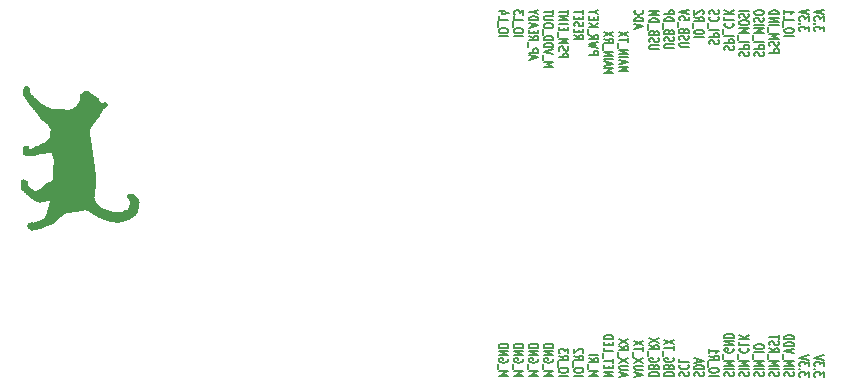
<source format=gbr>
G04 #@! TF.GenerationSoftware,KiCad,Pcbnew,5.99.0-unknown-df3fabf~86~ubuntu18.04.1*
G04 #@! TF.CreationDate,2019-10-30T18:29:11-04:00*
G04 #@! TF.ProjectId,node_base,6e6f6465-5f62-4617-9365-2e6b69636164,rev?*
G04 #@! TF.SameCoordinates,Original*
G04 #@! TF.FileFunction,Legend,Bot*
G04 #@! TF.FilePolarity,Positive*
%FSLAX46Y46*%
G04 Gerber Fmt 4.6, Leading zero omitted, Abs format (unit mm)*
G04 Created by KiCad (PCBNEW 5.99.0-unknown-df3fabf~86~ubuntu18.04.1) date 2019-10-30 18:29:11*
%MOMM*%
%LPD*%
G04 APERTURE LIST*
%ADD10C,0.150000*%
%ADD11C,0.010000*%
G04 APERTURE END LIST*
D10*
X156387569Y-76254642D02*
X156387569Y-75883214D01*
X156086616Y-76083214D01*
X156086616Y-75997500D01*
X156048997Y-75940357D01*
X156011378Y-75911785D01*
X155936140Y-75883214D01*
X155748045Y-75883214D01*
X155672807Y-75911785D01*
X155635188Y-75940357D01*
X155597569Y-75997500D01*
X155597569Y-76168928D01*
X155635188Y-76226071D01*
X155672807Y-76254642D01*
X155672807Y-75626071D02*
X155635188Y-75597500D01*
X155597569Y-75626071D01*
X155635188Y-75654642D01*
X155672807Y-75626071D01*
X155597569Y-75626071D01*
X156387569Y-75397500D02*
X156387569Y-75026071D01*
X156086616Y-75226071D01*
X156086616Y-75140357D01*
X156048997Y-75083214D01*
X156011378Y-75054642D01*
X155936140Y-75026071D01*
X155748045Y-75026071D01*
X155672807Y-75054642D01*
X155635188Y-75083214D01*
X155597569Y-75140357D01*
X155597569Y-75311785D01*
X155635188Y-75368928D01*
X155672807Y-75397500D01*
X156387569Y-74854642D02*
X155597569Y-74654642D01*
X156387569Y-74454642D01*
X155115669Y-76254642D02*
X155115669Y-75883214D01*
X154814716Y-76083214D01*
X154814716Y-75997500D01*
X154777097Y-75940357D01*
X154739478Y-75911785D01*
X154664240Y-75883214D01*
X154476145Y-75883214D01*
X154400907Y-75911785D01*
X154363288Y-75940357D01*
X154325669Y-75997500D01*
X154325669Y-76168928D01*
X154363288Y-76226071D01*
X154400907Y-76254642D01*
X154400907Y-75626071D02*
X154363288Y-75597500D01*
X154325669Y-75626071D01*
X154363288Y-75654642D01*
X154400907Y-75626071D01*
X154325669Y-75626071D01*
X155115669Y-75397500D02*
X155115669Y-75026071D01*
X154814716Y-75226071D01*
X154814716Y-75140357D01*
X154777097Y-75083214D01*
X154739478Y-75054642D01*
X154664240Y-75026071D01*
X154476145Y-75026071D01*
X154400907Y-75054642D01*
X154363288Y-75083214D01*
X154325669Y-75140357D01*
X154325669Y-75311785D01*
X154363288Y-75368928D01*
X154400907Y-75397500D01*
X155115669Y-74854642D02*
X154325669Y-74654642D01*
X155115669Y-74454642D01*
X153053769Y-76683214D02*
X153843769Y-76683214D01*
X153843769Y-76283214D02*
X153843769Y-76168928D01*
X153806150Y-76111785D01*
X153730911Y-76054642D01*
X153580435Y-76026071D01*
X153317102Y-76026071D01*
X153166626Y-76054642D01*
X153091388Y-76111785D01*
X153053769Y-76168928D01*
X153053769Y-76283214D01*
X153091388Y-76340357D01*
X153166626Y-76397500D01*
X153317102Y-76426071D01*
X153580435Y-76426071D01*
X153730911Y-76397500D01*
X153806150Y-76340357D01*
X153843769Y-76283214D01*
X152978530Y-75911785D02*
X152978530Y-75454642D01*
X153053769Y-75026071D02*
X153053769Y-75311785D01*
X153843769Y-75311785D01*
X153053769Y-74511785D02*
X153053769Y-74854642D01*
X153053769Y-74683214D02*
X153843769Y-74683214D01*
X153730911Y-74740357D01*
X153655673Y-74797500D01*
X153618054Y-74854642D01*
X151781869Y-78083214D02*
X152571869Y-78083214D01*
X152571869Y-77854642D01*
X152534250Y-77797500D01*
X152496630Y-77768928D01*
X152421392Y-77740357D01*
X152308535Y-77740357D01*
X152233297Y-77768928D01*
X152195678Y-77797500D01*
X152158059Y-77854642D01*
X152158059Y-78083214D01*
X151819488Y-77511785D02*
X151781869Y-77426071D01*
X151781869Y-77283214D01*
X151819488Y-77226071D01*
X151857107Y-77197500D01*
X151932345Y-77168928D01*
X152007583Y-77168928D01*
X152082821Y-77197500D01*
X152120440Y-77226071D01*
X152158059Y-77283214D01*
X152195678Y-77397500D01*
X152233297Y-77454642D01*
X152270916Y-77483214D01*
X152346154Y-77511785D01*
X152421392Y-77511785D01*
X152496630Y-77483214D01*
X152534250Y-77454642D01*
X152571869Y-77397500D01*
X152571869Y-77254642D01*
X152534250Y-77168928D01*
X151781869Y-76911785D02*
X152571869Y-76911785D01*
X152007583Y-76711785D01*
X152571869Y-76511785D01*
X151781869Y-76511785D01*
X151706630Y-76368928D02*
X151706630Y-75911785D01*
X151781869Y-75768928D02*
X152571869Y-75768928D01*
X151781869Y-75483214D02*
X152571869Y-75483214D01*
X151781869Y-75140357D01*
X152571869Y-75140357D01*
X151781869Y-74854642D02*
X152571869Y-74854642D01*
X152571869Y-74711785D01*
X152534250Y-74626071D01*
X152459011Y-74568928D01*
X152383773Y-74540357D01*
X152233297Y-74511785D01*
X152120440Y-74511785D01*
X151969964Y-74540357D01*
X151894726Y-74568928D01*
X151819488Y-74626071D01*
X151781869Y-74711785D01*
X151781869Y-74854642D01*
X150547588Y-78368928D02*
X150509969Y-78283214D01*
X150509969Y-78140357D01*
X150547588Y-78083214D01*
X150585207Y-78054642D01*
X150660445Y-78026071D01*
X150735683Y-78026071D01*
X150810921Y-78054642D01*
X150848540Y-78083214D01*
X150886159Y-78140357D01*
X150923778Y-78254642D01*
X150961397Y-78311785D01*
X150999016Y-78340357D01*
X151074254Y-78368928D01*
X151149492Y-78368928D01*
X151224730Y-78340357D01*
X151262350Y-78311785D01*
X151299969Y-78254642D01*
X151299969Y-78111785D01*
X151262350Y-78026071D01*
X150509969Y-77768928D02*
X151299969Y-77768928D01*
X151299969Y-77540357D01*
X151262350Y-77483214D01*
X151224730Y-77454642D01*
X151149492Y-77426071D01*
X151036635Y-77426071D01*
X150961397Y-77454642D01*
X150923778Y-77483214D01*
X150886159Y-77540357D01*
X150886159Y-77768928D01*
X150509969Y-77168928D02*
X151299969Y-77168928D01*
X150434730Y-77026071D02*
X150434730Y-76568928D01*
X150509969Y-76426071D02*
X151299969Y-76426071D01*
X150735683Y-76226071D01*
X151299969Y-76026071D01*
X150509969Y-76026071D01*
X150509969Y-75740357D02*
X151299969Y-75740357D01*
X150547588Y-75483214D02*
X150509969Y-75397500D01*
X150509969Y-75254642D01*
X150547588Y-75197500D01*
X150585207Y-75168928D01*
X150660445Y-75140357D01*
X150735683Y-75140357D01*
X150810921Y-75168928D01*
X150848540Y-75197500D01*
X150886159Y-75254642D01*
X150923778Y-75368928D01*
X150961397Y-75426071D01*
X150999016Y-75454642D01*
X151074254Y-75483214D01*
X151149492Y-75483214D01*
X151224730Y-75454642D01*
X151262350Y-75426071D01*
X151299969Y-75368928D01*
X151299969Y-75226071D01*
X151262350Y-75140357D01*
X151299969Y-74768928D02*
X151299969Y-74654642D01*
X151262350Y-74597500D01*
X151187111Y-74540357D01*
X151036635Y-74511785D01*
X150773302Y-74511785D01*
X150622826Y-74540357D01*
X150547588Y-74597500D01*
X150509969Y-74654642D01*
X150509969Y-74768928D01*
X150547588Y-74826071D01*
X150622826Y-74883214D01*
X150773302Y-74911785D01*
X151036635Y-74911785D01*
X151187111Y-74883214D01*
X151262350Y-74826071D01*
X151299969Y-74768928D01*
X149275688Y-78368928D02*
X149238069Y-78283214D01*
X149238069Y-78140357D01*
X149275688Y-78083214D01*
X149313307Y-78054642D01*
X149388545Y-78026071D01*
X149463783Y-78026071D01*
X149539021Y-78054642D01*
X149576640Y-78083214D01*
X149614259Y-78140357D01*
X149651878Y-78254642D01*
X149689497Y-78311785D01*
X149727116Y-78340357D01*
X149802354Y-78368928D01*
X149877592Y-78368928D01*
X149952830Y-78340357D01*
X149990450Y-78311785D01*
X150028069Y-78254642D01*
X150028069Y-78111785D01*
X149990450Y-78026071D01*
X149238069Y-77768928D02*
X150028069Y-77768928D01*
X150028069Y-77540357D01*
X149990450Y-77483214D01*
X149952830Y-77454642D01*
X149877592Y-77426071D01*
X149764735Y-77426071D01*
X149689497Y-77454642D01*
X149651878Y-77483214D01*
X149614259Y-77540357D01*
X149614259Y-77768928D01*
X149238069Y-77168928D02*
X150028069Y-77168928D01*
X149162830Y-77026071D02*
X149162830Y-76568928D01*
X149238069Y-76426071D02*
X150028069Y-76426071D01*
X149463783Y-76226071D01*
X150028069Y-76026071D01*
X149238069Y-76026071D01*
X150028069Y-75626071D02*
X150028069Y-75511785D01*
X149990450Y-75454642D01*
X149915211Y-75397500D01*
X149764735Y-75368928D01*
X149501402Y-75368928D01*
X149350926Y-75397500D01*
X149275688Y-75454642D01*
X149238069Y-75511785D01*
X149238069Y-75626071D01*
X149275688Y-75683214D01*
X149350926Y-75740357D01*
X149501402Y-75768928D01*
X149764735Y-75768928D01*
X149915211Y-75740357D01*
X149990450Y-75683214D01*
X150028069Y-75626071D01*
X149275688Y-75140357D02*
X149238069Y-75054642D01*
X149238069Y-74911785D01*
X149275688Y-74854642D01*
X149313307Y-74826071D01*
X149388545Y-74797500D01*
X149463783Y-74797500D01*
X149539021Y-74826071D01*
X149576640Y-74854642D01*
X149614259Y-74911785D01*
X149651878Y-75026071D01*
X149689497Y-75083214D01*
X149727116Y-75111785D01*
X149802354Y-75140357D01*
X149877592Y-75140357D01*
X149952830Y-75111785D01*
X149990450Y-75083214D01*
X150028069Y-75026071D01*
X150028069Y-74883214D01*
X149990450Y-74797500D01*
X149238069Y-74540357D02*
X150028069Y-74540357D01*
X148003788Y-77883214D02*
X147966169Y-77797500D01*
X147966169Y-77654642D01*
X148003788Y-77597500D01*
X148041407Y-77568928D01*
X148116645Y-77540357D01*
X148191883Y-77540357D01*
X148267121Y-77568928D01*
X148304740Y-77597500D01*
X148342359Y-77654642D01*
X148379978Y-77768928D01*
X148417597Y-77826071D01*
X148455216Y-77854642D01*
X148530454Y-77883214D01*
X148605692Y-77883214D01*
X148680930Y-77854642D01*
X148718550Y-77826071D01*
X148756169Y-77768928D01*
X148756169Y-77626071D01*
X148718550Y-77540357D01*
X147966169Y-77283214D02*
X148756169Y-77283214D01*
X148756169Y-77054642D01*
X148718550Y-76997500D01*
X148680930Y-76968928D01*
X148605692Y-76940357D01*
X148492835Y-76940357D01*
X148417597Y-76968928D01*
X148379978Y-76997500D01*
X148342359Y-77054642D01*
X148342359Y-77283214D01*
X147966169Y-76683214D02*
X148756169Y-76683214D01*
X147890930Y-76540357D02*
X147890930Y-76083214D01*
X148041407Y-75597500D02*
X148003788Y-75626071D01*
X147966169Y-75711785D01*
X147966169Y-75768928D01*
X148003788Y-75854642D01*
X148079026Y-75911785D01*
X148154264Y-75940357D01*
X148304740Y-75968928D01*
X148417597Y-75968928D01*
X148568073Y-75940357D01*
X148643311Y-75911785D01*
X148718550Y-75854642D01*
X148756169Y-75768928D01*
X148756169Y-75711785D01*
X148718550Y-75626071D01*
X148680930Y-75597500D01*
X147966169Y-75054642D02*
X147966169Y-75340357D01*
X148756169Y-75340357D01*
X147966169Y-74854642D02*
X148756169Y-74854642D01*
X147966169Y-74511785D02*
X148417597Y-74768928D01*
X148756169Y-74511785D02*
X148304740Y-74854642D01*
X146731888Y-77368928D02*
X146694269Y-77283214D01*
X146694269Y-77140357D01*
X146731888Y-77083214D01*
X146769507Y-77054642D01*
X146844745Y-77026071D01*
X146919983Y-77026071D01*
X146995221Y-77054642D01*
X147032840Y-77083214D01*
X147070459Y-77140357D01*
X147108078Y-77254642D01*
X147145697Y-77311785D01*
X147183316Y-77340357D01*
X147258554Y-77368928D01*
X147333792Y-77368928D01*
X147409030Y-77340357D01*
X147446650Y-77311785D01*
X147484269Y-77254642D01*
X147484269Y-77111785D01*
X147446650Y-77026071D01*
X146694269Y-76768928D02*
X147484269Y-76768928D01*
X147484269Y-76540357D01*
X147446650Y-76483214D01*
X147409030Y-76454642D01*
X147333792Y-76426071D01*
X147220935Y-76426071D01*
X147145697Y-76454642D01*
X147108078Y-76483214D01*
X147070459Y-76540357D01*
X147070459Y-76768928D01*
X146694269Y-76168928D02*
X147484269Y-76168928D01*
X146619030Y-76026071D02*
X146619030Y-75568928D01*
X146769507Y-75083214D02*
X146731888Y-75111785D01*
X146694269Y-75197500D01*
X146694269Y-75254642D01*
X146731888Y-75340357D01*
X146807126Y-75397500D01*
X146882364Y-75426071D01*
X147032840Y-75454642D01*
X147145697Y-75454642D01*
X147296173Y-75426071D01*
X147371411Y-75397500D01*
X147446650Y-75340357D01*
X147484269Y-75254642D01*
X147484269Y-75197500D01*
X147446650Y-75111785D01*
X147409030Y-75083214D01*
X146731888Y-74854642D02*
X146694269Y-74768928D01*
X146694269Y-74626071D01*
X146731888Y-74568928D01*
X146769507Y-74540357D01*
X146844745Y-74511785D01*
X146919983Y-74511785D01*
X146995221Y-74540357D01*
X147032840Y-74568928D01*
X147070459Y-74626071D01*
X147108078Y-74740357D01*
X147145697Y-74797500D01*
X147183316Y-74826071D01*
X147258554Y-74854642D01*
X147333792Y-74854642D01*
X147409030Y-74826071D01*
X147446650Y-74797500D01*
X147484269Y-74740357D01*
X147484269Y-74597500D01*
X147446650Y-74511785D01*
X145422369Y-76797500D02*
X146212369Y-76797500D01*
X146212369Y-76397500D02*
X146212369Y-76283214D01*
X146174750Y-76226071D01*
X146099511Y-76168928D01*
X145949035Y-76140357D01*
X145685702Y-76140357D01*
X145535226Y-76168928D01*
X145459988Y-76226071D01*
X145422369Y-76283214D01*
X145422369Y-76397500D01*
X145459988Y-76454642D01*
X145535226Y-76511785D01*
X145685702Y-76540357D01*
X145949035Y-76540357D01*
X146099511Y-76511785D01*
X146174750Y-76454642D01*
X146212369Y-76397500D01*
X145347130Y-76026071D02*
X145347130Y-75568928D01*
X145422369Y-75083214D02*
X145798559Y-75283214D01*
X145422369Y-75426071D02*
X146212369Y-75426071D01*
X146212369Y-75197500D01*
X146174750Y-75140357D01*
X146137130Y-75111785D01*
X146061892Y-75083214D01*
X145949035Y-75083214D01*
X145873797Y-75111785D01*
X145836178Y-75140357D01*
X145798559Y-75197500D01*
X145798559Y-75426071D01*
X146137130Y-74854642D02*
X146174750Y-74826071D01*
X146212369Y-74768928D01*
X146212369Y-74626071D01*
X146174750Y-74568928D01*
X146137130Y-74540357D01*
X146061892Y-74511785D01*
X145986654Y-74511785D01*
X145873797Y-74540357D01*
X145422369Y-74883214D01*
X145422369Y-74511785D01*
X144940469Y-77597500D02*
X144300945Y-77597500D01*
X144225707Y-77568928D01*
X144188088Y-77540357D01*
X144150469Y-77483214D01*
X144150469Y-77368928D01*
X144188088Y-77311785D01*
X144225707Y-77283214D01*
X144300945Y-77254642D01*
X144940469Y-77254642D01*
X144188088Y-76997500D02*
X144150469Y-76911785D01*
X144150469Y-76768928D01*
X144188088Y-76711785D01*
X144225707Y-76683214D01*
X144300945Y-76654642D01*
X144376183Y-76654642D01*
X144451421Y-76683214D01*
X144489040Y-76711785D01*
X144526659Y-76768928D01*
X144564278Y-76883214D01*
X144601897Y-76940357D01*
X144639516Y-76968928D01*
X144714754Y-76997500D01*
X144789992Y-76997500D01*
X144865230Y-76968928D01*
X144902850Y-76940357D01*
X144940469Y-76883214D01*
X144940469Y-76740357D01*
X144902850Y-76654642D01*
X144564278Y-76197500D02*
X144526659Y-76111785D01*
X144489040Y-76083214D01*
X144413802Y-76054642D01*
X144300945Y-76054642D01*
X144225707Y-76083214D01*
X144188088Y-76111785D01*
X144150469Y-76168928D01*
X144150469Y-76397500D01*
X144940469Y-76397500D01*
X144940469Y-76197500D01*
X144902850Y-76140357D01*
X144865230Y-76111785D01*
X144789992Y-76083214D01*
X144714754Y-76083214D01*
X144639516Y-76111785D01*
X144601897Y-76140357D01*
X144564278Y-76197500D01*
X144564278Y-76397500D01*
X144075230Y-75940357D02*
X144075230Y-75483214D01*
X144940469Y-75054642D02*
X144940469Y-75340357D01*
X144564278Y-75368928D01*
X144601897Y-75340357D01*
X144639516Y-75283214D01*
X144639516Y-75140357D01*
X144601897Y-75083214D01*
X144564278Y-75054642D01*
X144489040Y-75026071D01*
X144300945Y-75026071D01*
X144225707Y-75054642D01*
X144188088Y-75083214D01*
X144150469Y-75140357D01*
X144150469Y-75283214D01*
X144188088Y-75340357D01*
X144225707Y-75368928D01*
X144940469Y-74854642D02*
X144150469Y-74654642D01*
X144940469Y-74454642D01*
X143668569Y-77711785D02*
X143029045Y-77711785D01*
X142953807Y-77683214D01*
X142916188Y-77654642D01*
X142878569Y-77597500D01*
X142878569Y-77483214D01*
X142916188Y-77426071D01*
X142953807Y-77397500D01*
X143029045Y-77368928D01*
X143668569Y-77368928D01*
X142916188Y-77111785D02*
X142878569Y-77026071D01*
X142878569Y-76883214D01*
X142916188Y-76826071D01*
X142953807Y-76797500D01*
X143029045Y-76768928D01*
X143104283Y-76768928D01*
X143179521Y-76797500D01*
X143217140Y-76826071D01*
X143254759Y-76883214D01*
X143292378Y-76997500D01*
X143329997Y-77054642D01*
X143367616Y-77083214D01*
X143442854Y-77111785D01*
X143518092Y-77111785D01*
X143593330Y-77083214D01*
X143630950Y-77054642D01*
X143668569Y-76997500D01*
X143668569Y-76854642D01*
X143630950Y-76768928D01*
X143292378Y-76311785D02*
X143254759Y-76226071D01*
X143217140Y-76197500D01*
X143141902Y-76168928D01*
X143029045Y-76168928D01*
X142953807Y-76197500D01*
X142916188Y-76226071D01*
X142878569Y-76283214D01*
X142878569Y-76511785D01*
X143668569Y-76511785D01*
X143668569Y-76311785D01*
X143630950Y-76254642D01*
X143593330Y-76226071D01*
X143518092Y-76197500D01*
X143442854Y-76197500D01*
X143367616Y-76226071D01*
X143329997Y-76254642D01*
X143292378Y-76311785D01*
X143292378Y-76511785D01*
X142803330Y-76054642D02*
X142803330Y-75597500D01*
X142878569Y-75454642D02*
X143668569Y-75454642D01*
X143668569Y-75311785D01*
X143630950Y-75226071D01*
X143555711Y-75168928D01*
X143480473Y-75140357D01*
X143329997Y-75111785D01*
X143217140Y-75111785D01*
X143066664Y-75140357D01*
X142991426Y-75168928D01*
X142916188Y-75226071D01*
X142878569Y-75311785D01*
X142878569Y-75454642D01*
X142878569Y-74854642D02*
X143668569Y-74854642D01*
X143668569Y-74626071D01*
X143630950Y-74568928D01*
X143593330Y-74540357D01*
X143518092Y-74511785D01*
X143405235Y-74511785D01*
X143329997Y-74540357D01*
X143292378Y-74568928D01*
X143254759Y-74626071D01*
X143254759Y-74854642D01*
X142396669Y-77797500D02*
X141757145Y-77797500D01*
X141681907Y-77768928D01*
X141644288Y-77740357D01*
X141606669Y-77683214D01*
X141606669Y-77568928D01*
X141644288Y-77511785D01*
X141681907Y-77483214D01*
X141757145Y-77454642D01*
X142396669Y-77454642D01*
X141644288Y-77197500D02*
X141606669Y-77111785D01*
X141606669Y-76968928D01*
X141644288Y-76911785D01*
X141681907Y-76883214D01*
X141757145Y-76854642D01*
X141832383Y-76854642D01*
X141907621Y-76883214D01*
X141945240Y-76911785D01*
X141982859Y-76968928D01*
X142020478Y-77083214D01*
X142058097Y-77140357D01*
X142095716Y-77168928D01*
X142170954Y-77197500D01*
X142246192Y-77197500D01*
X142321430Y-77168928D01*
X142359050Y-77140357D01*
X142396669Y-77083214D01*
X142396669Y-76940357D01*
X142359050Y-76854642D01*
X142020478Y-76397500D02*
X141982859Y-76311785D01*
X141945240Y-76283214D01*
X141870002Y-76254642D01*
X141757145Y-76254642D01*
X141681907Y-76283214D01*
X141644288Y-76311785D01*
X141606669Y-76368928D01*
X141606669Y-76597500D01*
X142396669Y-76597500D01*
X142396669Y-76397500D01*
X142359050Y-76340357D01*
X142321430Y-76311785D01*
X142246192Y-76283214D01*
X142170954Y-76283214D01*
X142095716Y-76311785D01*
X142058097Y-76340357D01*
X142020478Y-76397500D01*
X142020478Y-76597500D01*
X141531430Y-76140357D02*
X141531430Y-75683214D01*
X141606669Y-75540357D02*
X142396669Y-75540357D01*
X142396669Y-75397500D01*
X142359050Y-75311785D01*
X142283811Y-75254642D01*
X142208573Y-75226071D01*
X142058097Y-75197500D01*
X141945240Y-75197500D01*
X141794764Y-75226071D01*
X141719526Y-75254642D01*
X141644288Y-75311785D01*
X141606669Y-75397500D01*
X141606669Y-75540357D01*
X141606669Y-74940357D02*
X142396669Y-74940357D01*
X141832383Y-74740357D01*
X142396669Y-74540357D01*
X141606669Y-74540357D01*
X140560483Y-75997500D02*
X140560483Y-75711785D01*
X140334769Y-76054642D02*
X141124769Y-75854642D01*
X140334769Y-75654642D01*
X140334769Y-75454642D02*
X141124769Y-75454642D01*
X141124769Y-75311785D01*
X141087150Y-75226071D01*
X141011911Y-75168928D01*
X140936673Y-75140357D01*
X140786197Y-75111785D01*
X140673340Y-75111785D01*
X140522864Y-75140357D01*
X140447626Y-75168928D01*
X140372388Y-75226071D01*
X140334769Y-75311785D01*
X140334769Y-75454642D01*
X140410007Y-74511785D02*
X140372388Y-74540357D01*
X140334769Y-74626071D01*
X140334769Y-74683214D01*
X140372388Y-74768928D01*
X140447626Y-74826071D01*
X140522864Y-74854642D01*
X140673340Y-74883214D01*
X140786197Y-74883214D01*
X140936673Y-74854642D01*
X141011911Y-74826071D01*
X141087150Y-74768928D01*
X141124769Y-74683214D01*
X141124769Y-74626071D01*
X141087150Y-74540357D01*
X141049530Y-74511785D01*
X139062869Y-79683214D02*
X139852869Y-79683214D01*
X139288583Y-79483214D01*
X139852869Y-79283214D01*
X139062869Y-79283214D01*
X139288583Y-79026071D02*
X139288583Y-78740357D01*
X139062869Y-79083214D02*
X139852869Y-78883214D01*
X139062869Y-78683214D01*
X139062869Y-78483214D02*
X139852869Y-78483214D01*
X139062869Y-78197500D02*
X139852869Y-78197500D01*
X139062869Y-77854642D01*
X139852869Y-77854642D01*
X138987630Y-77711785D02*
X138987630Y-77254642D01*
X139852869Y-77197500D02*
X139852869Y-76854642D01*
X139062869Y-77026071D02*
X139852869Y-77026071D01*
X139852869Y-76711785D02*
X139062869Y-76311785D01*
X139852869Y-76311785D02*
X139062869Y-76711785D01*
X137790969Y-79826071D02*
X138580969Y-79826071D01*
X138016683Y-79626071D01*
X138580969Y-79426071D01*
X137790969Y-79426071D01*
X138016683Y-79168928D02*
X138016683Y-78883214D01*
X137790969Y-79226071D02*
X138580969Y-79026071D01*
X137790969Y-78826071D01*
X137790969Y-78626071D02*
X138580969Y-78626071D01*
X137790969Y-78340357D02*
X138580969Y-78340357D01*
X137790969Y-77997500D01*
X138580969Y-77997500D01*
X137715730Y-77854642D02*
X137715730Y-77397500D01*
X137790969Y-76911785D02*
X138167159Y-77111785D01*
X137790969Y-77254642D02*
X138580969Y-77254642D01*
X138580969Y-77026071D01*
X138543350Y-76968928D01*
X138505730Y-76940357D01*
X138430492Y-76911785D01*
X138317635Y-76911785D01*
X138242397Y-76940357D01*
X138204778Y-76968928D01*
X138167159Y-77026071D01*
X138167159Y-77254642D01*
X138580969Y-76711785D02*
X137790969Y-76311785D01*
X138580969Y-76311785D02*
X137790969Y-76711785D01*
X136519069Y-78254642D02*
X137309069Y-78254642D01*
X137309069Y-78026071D01*
X137271450Y-77968928D01*
X137233830Y-77940357D01*
X137158592Y-77911785D01*
X137045735Y-77911785D01*
X136970497Y-77940357D01*
X136932878Y-77968928D01*
X136895259Y-78026071D01*
X136895259Y-78254642D01*
X137309069Y-77711785D02*
X136519069Y-77568928D01*
X137083354Y-77454642D01*
X136519069Y-77340357D01*
X137309069Y-77197500D01*
X136519069Y-76626071D02*
X136895259Y-76826071D01*
X136519069Y-76968928D02*
X137309069Y-76968928D01*
X137309069Y-76740357D01*
X137271450Y-76683214D01*
X137233830Y-76654642D01*
X137158592Y-76626071D01*
X137045735Y-76626071D01*
X136970497Y-76654642D01*
X136932878Y-76683214D01*
X136895259Y-76740357D01*
X136895259Y-76968928D01*
X136443830Y-76511785D02*
X136443830Y-76054642D01*
X136519069Y-75911785D02*
X137309069Y-75911785D01*
X136519069Y-75568928D02*
X136970497Y-75826071D01*
X137309069Y-75568928D02*
X136857640Y-75911785D01*
X136932878Y-75311785D02*
X136932878Y-75111785D01*
X136519069Y-75026071D02*
X136519069Y-75311785D01*
X137309069Y-75311785D01*
X137309069Y-75026071D01*
X136895259Y-74654642D02*
X136519069Y-74654642D01*
X137309069Y-74854642D02*
X136895259Y-74654642D01*
X137309069Y-74454642D01*
X135247169Y-76626071D02*
X135623359Y-76826071D01*
X135247169Y-76968928D02*
X136037169Y-76968928D01*
X136037169Y-76740357D01*
X135999550Y-76683214D01*
X135961930Y-76654642D01*
X135886692Y-76626071D01*
X135773835Y-76626071D01*
X135698597Y-76654642D01*
X135660978Y-76683214D01*
X135623359Y-76740357D01*
X135623359Y-76968928D01*
X135660978Y-76368928D02*
X135660978Y-76168928D01*
X135247169Y-76083214D02*
X135247169Y-76368928D01*
X136037169Y-76368928D01*
X136037169Y-76083214D01*
X135284788Y-75854642D02*
X135247169Y-75768928D01*
X135247169Y-75626071D01*
X135284788Y-75568928D01*
X135322407Y-75540357D01*
X135397645Y-75511785D01*
X135472883Y-75511785D01*
X135548121Y-75540357D01*
X135585740Y-75568928D01*
X135623359Y-75626071D01*
X135660978Y-75740357D01*
X135698597Y-75797500D01*
X135736216Y-75826071D01*
X135811454Y-75854642D01*
X135886692Y-75854642D01*
X135961930Y-75826071D01*
X135999550Y-75797500D01*
X136037169Y-75740357D01*
X136037169Y-75597500D01*
X135999550Y-75511785D01*
X135660978Y-75254642D02*
X135660978Y-75054642D01*
X135247169Y-74968928D02*
X135247169Y-75254642D01*
X136037169Y-75254642D01*
X136037169Y-74968928D01*
X136037169Y-74797500D02*
X136037169Y-74454642D01*
X135247169Y-74626071D02*
X136037169Y-74626071D01*
X133975269Y-78483214D02*
X134765269Y-78483214D01*
X134765269Y-78254642D01*
X134727650Y-78197500D01*
X134690030Y-78168928D01*
X134614792Y-78140357D01*
X134501935Y-78140357D01*
X134426697Y-78168928D01*
X134389078Y-78197500D01*
X134351459Y-78254642D01*
X134351459Y-78483214D01*
X134012888Y-77911785D02*
X133975269Y-77826071D01*
X133975269Y-77683214D01*
X134012888Y-77626071D01*
X134050507Y-77597500D01*
X134125745Y-77568928D01*
X134200983Y-77568928D01*
X134276221Y-77597500D01*
X134313840Y-77626071D01*
X134351459Y-77683214D01*
X134389078Y-77797500D01*
X134426697Y-77854642D01*
X134464316Y-77883214D01*
X134539554Y-77911785D01*
X134614792Y-77911785D01*
X134690030Y-77883214D01*
X134727650Y-77854642D01*
X134765269Y-77797500D01*
X134765269Y-77654642D01*
X134727650Y-77568928D01*
X133975269Y-77311785D02*
X134765269Y-77311785D01*
X134200983Y-77111785D01*
X134765269Y-76911785D01*
X133975269Y-76911785D01*
X133900030Y-76768928D02*
X133900030Y-76311785D01*
X134389078Y-76168928D02*
X134389078Y-75968928D01*
X133975269Y-75883214D02*
X133975269Y-76168928D01*
X134765269Y-76168928D01*
X134765269Y-75883214D01*
X133975269Y-75626071D02*
X134765269Y-75626071D01*
X133975269Y-75340357D02*
X134765269Y-75340357D01*
X133975269Y-74997500D01*
X134765269Y-74997500D01*
X134765269Y-74797500D02*
X134765269Y-74454642D01*
X133975269Y-74626071D02*
X134765269Y-74626071D01*
X132703369Y-79283214D02*
X133493369Y-79283214D01*
X132929083Y-79083214D01*
X133493369Y-78883214D01*
X132703369Y-78883214D01*
X132628130Y-78740357D02*
X132628130Y-78283214D01*
X133493369Y-78226071D02*
X132703369Y-78026071D01*
X133493369Y-77826071D01*
X132703369Y-77626071D02*
X133493369Y-77626071D01*
X133493369Y-77483214D01*
X133455750Y-77397500D01*
X133380511Y-77340357D01*
X133305273Y-77311785D01*
X133154797Y-77283214D01*
X133041940Y-77283214D01*
X132891464Y-77311785D01*
X132816226Y-77340357D01*
X132740988Y-77397500D01*
X132703369Y-77483214D01*
X132703369Y-77626071D01*
X132703369Y-77026071D02*
X133493369Y-77026071D01*
X133493369Y-76883214D01*
X133455750Y-76797500D01*
X133380511Y-76740357D01*
X133305273Y-76711785D01*
X133154797Y-76683214D01*
X133041940Y-76683214D01*
X132891464Y-76711785D01*
X132816226Y-76740357D01*
X132740988Y-76797500D01*
X132703369Y-76883214D01*
X132703369Y-77026071D01*
X132628130Y-76568928D02*
X132628130Y-76111785D01*
X133493369Y-75854642D02*
X133493369Y-75740357D01*
X133455750Y-75683214D01*
X133380511Y-75626071D01*
X133230035Y-75597500D01*
X132966702Y-75597500D01*
X132816226Y-75626071D01*
X132740988Y-75683214D01*
X132703369Y-75740357D01*
X132703369Y-75854642D01*
X132740988Y-75911785D01*
X132816226Y-75968928D01*
X132966702Y-75997500D01*
X133230035Y-75997500D01*
X133380511Y-75968928D01*
X133455750Y-75911785D01*
X133493369Y-75854642D01*
X133493369Y-75340357D02*
X132853845Y-75340357D01*
X132778607Y-75311785D01*
X132740988Y-75283214D01*
X132703369Y-75226071D01*
X132703369Y-75111785D01*
X132740988Y-75054642D01*
X132778607Y-75026071D01*
X132853845Y-74997500D01*
X133493369Y-74997500D01*
X133493369Y-74797500D02*
X133493369Y-74454642D01*
X132703369Y-74626071D02*
X133493369Y-74626071D01*
X131657183Y-78626071D02*
X131657183Y-78340357D01*
X131431469Y-78683214D02*
X132221469Y-78483214D01*
X131431469Y-78283214D01*
X131431469Y-78083214D02*
X132221469Y-78083214D01*
X132221469Y-77854642D01*
X132183850Y-77797500D01*
X132146230Y-77768928D01*
X132070992Y-77740357D01*
X131958135Y-77740357D01*
X131882897Y-77768928D01*
X131845278Y-77797500D01*
X131807659Y-77854642D01*
X131807659Y-78083214D01*
X131356230Y-77626071D02*
X131356230Y-77168928D01*
X131431469Y-76683214D02*
X131807659Y-76883214D01*
X131431469Y-77026071D02*
X132221469Y-77026071D01*
X132221469Y-76797500D01*
X132183850Y-76740357D01*
X132146230Y-76711785D01*
X132070992Y-76683214D01*
X131958135Y-76683214D01*
X131882897Y-76711785D01*
X131845278Y-76740357D01*
X131807659Y-76797500D01*
X131807659Y-77026071D01*
X131845278Y-76426071D02*
X131845278Y-76226071D01*
X131431469Y-76140357D02*
X131431469Y-76426071D01*
X132221469Y-76426071D01*
X132221469Y-76140357D01*
X131657183Y-75911785D02*
X131657183Y-75626071D01*
X131431469Y-75968928D02*
X132221469Y-75768928D01*
X131431469Y-75568928D01*
X131431469Y-75368928D02*
X132221469Y-75368928D01*
X132221469Y-75226071D01*
X132183850Y-75140357D01*
X132108611Y-75083214D01*
X132033373Y-75054642D01*
X131882897Y-75026071D01*
X131770040Y-75026071D01*
X131619564Y-75054642D01*
X131544326Y-75083214D01*
X131469088Y-75140357D01*
X131431469Y-75226071D01*
X131431469Y-75368928D01*
X131807659Y-74654642D02*
X131431469Y-74654642D01*
X132221469Y-74854642D02*
X131807659Y-74654642D01*
X132221469Y-74454642D01*
X130159569Y-76683214D02*
X130949569Y-76683214D01*
X130949569Y-76283214D02*
X130949569Y-76168928D01*
X130911950Y-76111785D01*
X130836711Y-76054642D01*
X130686235Y-76026071D01*
X130422902Y-76026071D01*
X130272426Y-76054642D01*
X130197188Y-76111785D01*
X130159569Y-76168928D01*
X130159569Y-76283214D01*
X130197188Y-76340357D01*
X130272426Y-76397500D01*
X130422902Y-76426071D01*
X130686235Y-76426071D01*
X130836711Y-76397500D01*
X130911950Y-76340357D01*
X130949569Y-76283214D01*
X130084330Y-75911785D02*
X130084330Y-75454642D01*
X130159569Y-75026071D02*
X130159569Y-75311785D01*
X130949569Y-75311785D01*
X130949569Y-74883214D02*
X130949569Y-74511785D01*
X130648616Y-74711785D01*
X130648616Y-74626071D01*
X130610997Y-74568928D01*
X130573378Y-74540357D01*
X130498140Y-74511785D01*
X130310045Y-74511785D01*
X130234807Y-74540357D01*
X130197188Y-74568928D01*
X130159569Y-74626071D01*
X130159569Y-74797500D01*
X130197188Y-74854642D01*
X130234807Y-74883214D01*
X128887669Y-76683214D02*
X129677669Y-76683214D01*
X129677669Y-76283214D02*
X129677669Y-76168928D01*
X129640050Y-76111785D01*
X129564811Y-76054642D01*
X129414335Y-76026071D01*
X129151002Y-76026071D01*
X129000526Y-76054642D01*
X128925288Y-76111785D01*
X128887669Y-76168928D01*
X128887669Y-76283214D01*
X128925288Y-76340357D01*
X129000526Y-76397500D01*
X129151002Y-76426071D01*
X129414335Y-76426071D01*
X129564811Y-76397500D01*
X129640050Y-76340357D01*
X129677669Y-76283214D01*
X128812430Y-75911785D02*
X128812430Y-75454642D01*
X128887669Y-75026071D02*
X128887669Y-75311785D01*
X129677669Y-75311785D01*
X129414335Y-74568928D02*
X128887669Y-74568928D01*
X129715288Y-74711785D02*
X129151002Y-74854642D01*
X129151002Y-74483214D01*
X156387569Y-105516785D02*
X156387569Y-105145357D01*
X156086616Y-105345357D01*
X156086616Y-105259642D01*
X156048997Y-105202500D01*
X156011378Y-105173928D01*
X155936140Y-105145357D01*
X155748045Y-105145357D01*
X155672807Y-105173928D01*
X155635188Y-105202500D01*
X155597569Y-105259642D01*
X155597569Y-105431071D01*
X155635188Y-105488214D01*
X155672807Y-105516785D01*
X155672807Y-104888214D02*
X155635188Y-104859642D01*
X155597569Y-104888214D01*
X155635188Y-104916785D01*
X155672807Y-104888214D01*
X155597569Y-104888214D01*
X156387569Y-104659642D02*
X156387569Y-104288214D01*
X156086616Y-104488214D01*
X156086616Y-104402500D01*
X156048997Y-104345357D01*
X156011378Y-104316785D01*
X155936140Y-104288214D01*
X155748045Y-104288214D01*
X155672807Y-104316785D01*
X155635188Y-104345357D01*
X155597569Y-104402500D01*
X155597569Y-104573928D01*
X155635188Y-104631071D01*
X155672807Y-104659642D01*
X156387569Y-104116785D02*
X155597569Y-103916785D01*
X156387569Y-103716785D01*
X155115669Y-105516785D02*
X155115669Y-105145357D01*
X154814716Y-105345357D01*
X154814716Y-105259642D01*
X154777097Y-105202500D01*
X154739478Y-105173928D01*
X154664240Y-105145357D01*
X154476145Y-105145357D01*
X154400907Y-105173928D01*
X154363288Y-105202500D01*
X154325669Y-105259642D01*
X154325669Y-105431071D01*
X154363288Y-105488214D01*
X154400907Y-105516785D01*
X154400907Y-104888214D02*
X154363288Y-104859642D01*
X154325669Y-104888214D01*
X154363288Y-104916785D01*
X154400907Y-104888214D01*
X154325669Y-104888214D01*
X155115669Y-104659642D02*
X155115669Y-104288214D01*
X154814716Y-104488214D01*
X154814716Y-104402500D01*
X154777097Y-104345357D01*
X154739478Y-104316785D01*
X154664240Y-104288214D01*
X154476145Y-104288214D01*
X154400907Y-104316785D01*
X154363288Y-104345357D01*
X154325669Y-104402500D01*
X154325669Y-104573928D01*
X154363288Y-104631071D01*
X154400907Y-104659642D01*
X155115669Y-104116785D02*
X154325669Y-103916785D01*
X155115669Y-103716785D01*
X153091388Y-105488214D02*
X153053769Y-105402500D01*
X153053769Y-105259642D01*
X153091388Y-105202500D01*
X153129007Y-105173928D01*
X153204245Y-105145357D01*
X153279483Y-105145357D01*
X153354721Y-105173928D01*
X153392340Y-105202500D01*
X153429959Y-105259642D01*
X153467578Y-105373928D01*
X153505197Y-105431071D01*
X153542816Y-105459642D01*
X153618054Y-105488214D01*
X153693292Y-105488214D01*
X153768530Y-105459642D01*
X153806150Y-105431071D01*
X153843769Y-105373928D01*
X153843769Y-105231071D01*
X153806150Y-105145357D01*
X153053769Y-104888214D02*
X153843769Y-104888214D01*
X153053769Y-104602500D02*
X153843769Y-104602500D01*
X153279483Y-104402500D01*
X153843769Y-104202500D01*
X153053769Y-104202500D01*
X152978530Y-104059642D02*
X152978530Y-103602500D01*
X153843769Y-103545357D02*
X153053769Y-103345357D01*
X153843769Y-103145357D01*
X153053769Y-102945357D02*
X153843769Y-102945357D01*
X153843769Y-102802500D01*
X153806150Y-102716785D01*
X153730911Y-102659642D01*
X153655673Y-102631071D01*
X153505197Y-102602500D01*
X153392340Y-102602500D01*
X153241864Y-102631071D01*
X153166626Y-102659642D01*
X153091388Y-102716785D01*
X153053769Y-102802500D01*
X153053769Y-102945357D01*
X153053769Y-102345357D02*
X153843769Y-102345357D01*
X153843769Y-102202500D01*
X153806150Y-102116785D01*
X153730911Y-102059642D01*
X153655673Y-102031071D01*
X153505197Y-102002500D01*
X153392340Y-102002500D01*
X153241864Y-102031071D01*
X153166626Y-102059642D01*
X153091388Y-102116785D01*
X153053769Y-102202500D01*
X153053769Y-102345357D01*
X151819488Y-105488214D02*
X151781869Y-105402500D01*
X151781869Y-105259642D01*
X151819488Y-105202500D01*
X151857107Y-105173928D01*
X151932345Y-105145357D01*
X152007583Y-105145357D01*
X152082821Y-105173928D01*
X152120440Y-105202500D01*
X152158059Y-105259642D01*
X152195678Y-105373928D01*
X152233297Y-105431071D01*
X152270916Y-105459642D01*
X152346154Y-105488214D01*
X152421392Y-105488214D01*
X152496630Y-105459642D01*
X152534250Y-105431071D01*
X152571869Y-105373928D01*
X152571869Y-105231071D01*
X152534250Y-105145357D01*
X151781869Y-104888214D02*
X152571869Y-104888214D01*
X151781869Y-104602500D02*
X152571869Y-104602500D01*
X152007583Y-104402500D01*
X152571869Y-104202500D01*
X151781869Y-104202500D01*
X151706630Y-104059642D02*
X151706630Y-103602500D01*
X151781869Y-103116785D02*
X152158059Y-103316785D01*
X151781869Y-103459642D02*
X152571869Y-103459642D01*
X152571869Y-103231071D01*
X152534250Y-103173928D01*
X152496630Y-103145357D01*
X152421392Y-103116785D01*
X152308535Y-103116785D01*
X152233297Y-103145357D01*
X152195678Y-103173928D01*
X152158059Y-103231071D01*
X152158059Y-103459642D01*
X151819488Y-102888214D02*
X151781869Y-102802500D01*
X151781869Y-102659642D01*
X151819488Y-102602500D01*
X151857107Y-102573928D01*
X151932345Y-102545357D01*
X152007583Y-102545357D01*
X152082821Y-102573928D01*
X152120440Y-102602500D01*
X152158059Y-102659642D01*
X152195678Y-102773928D01*
X152233297Y-102831071D01*
X152270916Y-102859642D01*
X152346154Y-102888214D01*
X152421392Y-102888214D01*
X152496630Y-102859642D01*
X152534250Y-102831071D01*
X152571869Y-102773928D01*
X152571869Y-102631071D01*
X152534250Y-102545357D01*
X152571869Y-102373928D02*
X152571869Y-102031071D01*
X151781869Y-102202500D02*
X152571869Y-102202500D01*
X150547588Y-105488214D02*
X150509969Y-105402500D01*
X150509969Y-105259642D01*
X150547588Y-105202500D01*
X150585207Y-105173928D01*
X150660445Y-105145357D01*
X150735683Y-105145357D01*
X150810921Y-105173928D01*
X150848540Y-105202500D01*
X150886159Y-105259642D01*
X150923778Y-105373928D01*
X150961397Y-105431071D01*
X150999016Y-105459642D01*
X151074254Y-105488214D01*
X151149492Y-105488214D01*
X151224730Y-105459642D01*
X151262350Y-105431071D01*
X151299969Y-105373928D01*
X151299969Y-105231071D01*
X151262350Y-105145357D01*
X150509969Y-104888214D02*
X151299969Y-104888214D01*
X150509969Y-104602500D02*
X151299969Y-104602500D01*
X150735683Y-104402500D01*
X151299969Y-104202500D01*
X150509969Y-104202500D01*
X150434730Y-104059642D02*
X150434730Y-103602500D01*
X150509969Y-103459642D02*
X151299969Y-103459642D01*
X151299969Y-103059642D02*
X151299969Y-102945357D01*
X151262350Y-102888214D01*
X151187111Y-102831071D01*
X151036635Y-102802500D01*
X150773302Y-102802500D01*
X150622826Y-102831071D01*
X150547588Y-102888214D01*
X150509969Y-102945357D01*
X150509969Y-103059642D01*
X150547588Y-103116785D01*
X150622826Y-103173928D01*
X150773302Y-103202500D01*
X151036635Y-103202500D01*
X151187111Y-103173928D01*
X151262350Y-103116785D01*
X151299969Y-103059642D01*
X149275688Y-105488214D02*
X149238069Y-105402500D01*
X149238069Y-105259642D01*
X149275688Y-105202500D01*
X149313307Y-105173928D01*
X149388545Y-105145357D01*
X149463783Y-105145357D01*
X149539021Y-105173928D01*
X149576640Y-105202500D01*
X149614259Y-105259642D01*
X149651878Y-105373928D01*
X149689497Y-105431071D01*
X149727116Y-105459642D01*
X149802354Y-105488214D01*
X149877592Y-105488214D01*
X149952830Y-105459642D01*
X149990450Y-105431071D01*
X150028069Y-105373928D01*
X150028069Y-105231071D01*
X149990450Y-105145357D01*
X149238069Y-104888214D02*
X150028069Y-104888214D01*
X149238069Y-104602500D02*
X150028069Y-104602500D01*
X149463783Y-104402500D01*
X150028069Y-104202500D01*
X149238069Y-104202500D01*
X149162830Y-104059642D02*
X149162830Y-103602500D01*
X149313307Y-103116785D02*
X149275688Y-103145357D01*
X149238069Y-103231071D01*
X149238069Y-103288214D01*
X149275688Y-103373928D01*
X149350926Y-103431071D01*
X149426164Y-103459642D01*
X149576640Y-103488214D01*
X149689497Y-103488214D01*
X149839973Y-103459642D01*
X149915211Y-103431071D01*
X149990450Y-103373928D01*
X150028069Y-103288214D01*
X150028069Y-103231071D01*
X149990450Y-103145357D01*
X149952830Y-103116785D01*
X149238069Y-102573928D02*
X149238069Y-102859642D01*
X150028069Y-102859642D01*
X149238069Y-102373928D02*
X150028069Y-102373928D01*
X149238069Y-102031071D02*
X149689497Y-102288214D01*
X150028069Y-102031071D02*
X149576640Y-102373928D01*
X148003788Y-105488214D02*
X147966169Y-105402500D01*
X147966169Y-105259642D01*
X148003788Y-105202500D01*
X148041407Y-105173928D01*
X148116645Y-105145357D01*
X148191883Y-105145357D01*
X148267121Y-105173928D01*
X148304740Y-105202500D01*
X148342359Y-105259642D01*
X148379978Y-105373928D01*
X148417597Y-105431071D01*
X148455216Y-105459642D01*
X148530454Y-105488214D01*
X148605692Y-105488214D01*
X148680930Y-105459642D01*
X148718550Y-105431071D01*
X148756169Y-105373928D01*
X148756169Y-105231071D01*
X148718550Y-105145357D01*
X147966169Y-104888214D02*
X148756169Y-104888214D01*
X147966169Y-104602500D02*
X148756169Y-104602500D01*
X148191883Y-104402500D01*
X148756169Y-104202500D01*
X147966169Y-104202500D01*
X147890930Y-104059642D02*
X147890930Y-103602500D01*
X148718550Y-103145357D02*
X148756169Y-103202500D01*
X148756169Y-103288214D01*
X148718550Y-103373928D01*
X148643311Y-103431071D01*
X148568073Y-103459642D01*
X148417597Y-103488214D01*
X148304740Y-103488214D01*
X148154264Y-103459642D01*
X148079026Y-103431071D01*
X148003788Y-103373928D01*
X147966169Y-103288214D01*
X147966169Y-103231071D01*
X148003788Y-103145357D01*
X148041407Y-103116785D01*
X148304740Y-103116785D01*
X148304740Y-103231071D01*
X147966169Y-102859642D02*
X148756169Y-102859642D01*
X147966169Y-102516785D01*
X148756169Y-102516785D01*
X147966169Y-102231071D02*
X148756169Y-102231071D01*
X148756169Y-102088214D01*
X148718550Y-102002500D01*
X148643311Y-101945357D01*
X148568073Y-101916785D01*
X148417597Y-101888214D01*
X148304740Y-101888214D01*
X148154264Y-101916785D01*
X148079026Y-101945357D01*
X148003788Y-102002500D01*
X147966169Y-102088214D01*
X147966169Y-102231071D01*
X146694269Y-105459642D02*
X147484269Y-105459642D01*
X147484269Y-105059642D02*
X147484269Y-104945357D01*
X147446650Y-104888214D01*
X147371411Y-104831071D01*
X147220935Y-104802500D01*
X146957602Y-104802500D01*
X146807126Y-104831071D01*
X146731888Y-104888214D01*
X146694269Y-104945357D01*
X146694269Y-105059642D01*
X146731888Y-105116785D01*
X146807126Y-105173928D01*
X146957602Y-105202500D01*
X147220935Y-105202500D01*
X147371411Y-105173928D01*
X147446650Y-105116785D01*
X147484269Y-105059642D01*
X146619030Y-104688214D02*
X146619030Y-104231071D01*
X146694269Y-103745357D02*
X147070459Y-103945357D01*
X146694269Y-104088214D02*
X147484269Y-104088214D01*
X147484269Y-103859642D01*
X147446650Y-103802500D01*
X147409030Y-103773928D01*
X147333792Y-103745357D01*
X147220935Y-103745357D01*
X147145697Y-103773928D01*
X147108078Y-103802500D01*
X147070459Y-103859642D01*
X147070459Y-104088214D01*
X146694269Y-103173928D02*
X146694269Y-103516785D01*
X146694269Y-103345357D02*
X147484269Y-103345357D01*
X147371411Y-103402500D01*
X147296173Y-103459642D01*
X147258554Y-103516785D01*
X145459988Y-105488214D02*
X145422369Y-105402500D01*
X145422369Y-105259642D01*
X145459988Y-105202500D01*
X145497607Y-105173928D01*
X145572845Y-105145357D01*
X145648083Y-105145357D01*
X145723321Y-105173928D01*
X145760940Y-105202500D01*
X145798559Y-105259642D01*
X145836178Y-105373928D01*
X145873797Y-105431071D01*
X145911416Y-105459642D01*
X145986654Y-105488214D01*
X146061892Y-105488214D01*
X146137130Y-105459642D01*
X146174750Y-105431071D01*
X146212369Y-105373928D01*
X146212369Y-105231071D01*
X146174750Y-105145357D01*
X145422369Y-104888214D02*
X146212369Y-104888214D01*
X146212369Y-104745357D01*
X146174750Y-104659642D01*
X146099511Y-104602500D01*
X146024273Y-104573928D01*
X145873797Y-104545357D01*
X145760940Y-104545357D01*
X145610464Y-104573928D01*
X145535226Y-104602500D01*
X145459988Y-104659642D01*
X145422369Y-104745357D01*
X145422369Y-104888214D01*
X145648083Y-104316785D02*
X145648083Y-104031071D01*
X145422369Y-104373928D02*
X146212369Y-104173928D01*
X145422369Y-103973928D01*
X144188088Y-105488214D02*
X144150469Y-105402500D01*
X144150469Y-105259642D01*
X144188088Y-105202500D01*
X144225707Y-105173928D01*
X144300945Y-105145357D01*
X144376183Y-105145357D01*
X144451421Y-105173928D01*
X144489040Y-105202500D01*
X144526659Y-105259642D01*
X144564278Y-105373928D01*
X144601897Y-105431071D01*
X144639516Y-105459642D01*
X144714754Y-105488214D01*
X144789992Y-105488214D01*
X144865230Y-105459642D01*
X144902850Y-105431071D01*
X144940469Y-105373928D01*
X144940469Y-105231071D01*
X144902850Y-105145357D01*
X144225707Y-104545357D02*
X144188088Y-104573928D01*
X144150469Y-104659642D01*
X144150469Y-104716785D01*
X144188088Y-104802500D01*
X144263326Y-104859642D01*
X144338564Y-104888214D01*
X144489040Y-104916785D01*
X144601897Y-104916785D01*
X144752373Y-104888214D01*
X144827611Y-104859642D01*
X144902850Y-104802500D01*
X144940469Y-104716785D01*
X144940469Y-104659642D01*
X144902850Y-104573928D01*
X144865230Y-104545357D01*
X144150469Y-104002500D02*
X144150469Y-104288214D01*
X144940469Y-104288214D01*
X142878569Y-105459642D02*
X143668569Y-105459642D01*
X143668569Y-105316785D01*
X143630950Y-105231071D01*
X143555711Y-105173928D01*
X143480473Y-105145357D01*
X143329997Y-105116785D01*
X143217140Y-105116785D01*
X143066664Y-105145357D01*
X142991426Y-105173928D01*
X142916188Y-105231071D01*
X142878569Y-105316785D01*
X142878569Y-105459642D01*
X143292378Y-104659642D02*
X143254759Y-104573928D01*
X143217140Y-104545357D01*
X143141902Y-104516785D01*
X143029045Y-104516785D01*
X142953807Y-104545357D01*
X142916188Y-104573928D01*
X142878569Y-104631071D01*
X142878569Y-104859642D01*
X143668569Y-104859642D01*
X143668569Y-104659642D01*
X143630950Y-104602500D01*
X143593330Y-104573928D01*
X143518092Y-104545357D01*
X143442854Y-104545357D01*
X143367616Y-104573928D01*
X143329997Y-104602500D01*
X143292378Y-104659642D01*
X143292378Y-104859642D01*
X143630950Y-103945357D02*
X143668569Y-104002500D01*
X143668569Y-104088214D01*
X143630950Y-104173928D01*
X143555711Y-104231071D01*
X143480473Y-104259642D01*
X143329997Y-104288214D01*
X143217140Y-104288214D01*
X143066664Y-104259642D01*
X142991426Y-104231071D01*
X142916188Y-104173928D01*
X142878569Y-104088214D01*
X142878569Y-104031071D01*
X142916188Y-103945357D01*
X142953807Y-103916785D01*
X143217140Y-103916785D01*
X143217140Y-104031071D01*
X142803330Y-103802500D02*
X142803330Y-103345357D01*
X143668569Y-103288214D02*
X143668569Y-102945357D01*
X142878569Y-103116785D02*
X143668569Y-103116785D01*
X143668569Y-102802500D02*
X142878569Y-102402500D01*
X143668569Y-102402500D02*
X142878569Y-102802500D01*
X141606669Y-105459642D02*
X142396669Y-105459642D01*
X142396669Y-105316785D01*
X142359050Y-105231071D01*
X142283811Y-105173928D01*
X142208573Y-105145357D01*
X142058097Y-105116785D01*
X141945240Y-105116785D01*
X141794764Y-105145357D01*
X141719526Y-105173928D01*
X141644288Y-105231071D01*
X141606669Y-105316785D01*
X141606669Y-105459642D01*
X142020478Y-104659642D02*
X141982859Y-104573928D01*
X141945240Y-104545357D01*
X141870002Y-104516785D01*
X141757145Y-104516785D01*
X141681907Y-104545357D01*
X141644288Y-104573928D01*
X141606669Y-104631071D01*
X141606669Y-104859642D01*
X142396669Y-104859642D01*
X142396669Y-104659642D01*
X142359050Y-104602500D01*
X142321430Y-104573928D01*
X142246192Y-104545357D01*
X142170954Y-104545357D01*
X142095716Y-104573928D01*
X142058097Y-104602500D01*
X142020478Y-104659642D01*
X142020478Y-104859642D01*
X142359050Y-103945357D02*
X142396669Y-104002500D01*
X142396669Y-104088214D01*
X142359050Y-104173928D01*
X142283811Y-104231071D01*
X142208573Y-104259642D01*
X142058097Y-104288214D01*
X141945240Y-104288214D01*
X141794764Y-104259642D01*
X141719526Y-104231071D01*
X141644288Y-104173928D01*
X141606669Y-104088214D01*
X141606669Y-104031071D01*
X141644288Y-103945357D01*
X141681907Y-103916785D01*
X141945240Y-103916785D01*
X141945240Y-104031071D01*
X141531430Y-103802500D02*
X141531430Y-103345357D01*
X141606669Y-102859642D02*
X141982859Y-103059642D01*
X141606669Y-103202500D02*
X142396669Y-103202500D01*
X142396669Y-102973928D01*
X142359050Y-102916785D01*
X142321430Y-102888214D01*
X142246192Y-102859642D01*
X142133335Y-102859642D01*
X142058097Y-102888214D01*
X142020478Y-102916785D01*
X141982859Y-102973928D01*
X141982859Y-103202500D01*
X142396669Y-102659642D02*
X141606669Y-102259642D01*
X142396669Y-102259642D02*
X141606669Y-102659642D01*
X140560483Y-105488214D02*
X140560483Y-105202500D01*
X140334769Y-105545357D02*
X141124769Y-105345357D01*
X140334769Y-105145357D01*
X141124769Y-104945357D02*
X140485245Y-104945357D01*
X140410007Y-104916785D01*
X140372388Y-104888214D01*
X140334769Y-104831071D01*
X140334769Y-104716785D01*
X140372388Y-104659642D01*
X140410007Y-104631071D01*
X140485245Y-104602500D01*
X141124769Y-104602500D01*
X141124769Y-104373928D02*
X140334769Y-103973928D01*
X141124769Y-103973928D02*
X140334769Y-104373928D01*
X140259530Y-103888214D02*
X140259530Y-103431071D01*
X141124769Y-103373928D02*
X141124769Y-103031071D01*
X140334769Y-103202500D02*
X141124769Y-103202500D01*
X141124769Y-102888214D02*
X140334769Y-102488214D01*
X141124769Y-102488214D02*
X140334769Y-102888214D01*
X139288583Y-105488214D02*
X139288583Y-105202500D01*
X139062869Y-105545357D02*
X139852869Y-105345357D01*
X139062869Y-105145357D01*
X139852869Y-104945357D02*
X139213345Y-104945357D01*
X139138107Y-104916785D01*
X139100488Y-104888214D01*
X139062869Y-104831071D01*
X139062869Y-104716785D01*
X139100488Y-104659642D01*
X139138107Y-104631071D01*
X139213345Y-104602500D01*
X139852869Y-104602500D01*
X139852869Y-104373928D02*
X139062869Y-103973928D01*
X139852869Y-103973928D02*
X139062869Y-104373928D01*
X138987630Y-103888214D02*
X138987630Y-103431071D01*
X139062869Y-102945357D02*
X139439059Y-103145357D01*
X139062869Y-103288214D02*
X139852869Y-103288214D01*
X139852869Y-103059642D01*
X139815250Y-103002500D01*
X139777630Y-102973928D01*
X139702392Y-102945357D01*
X139589535Y-102945357D01*
X139514297Y-102973928D01*
X139476678Y-103002500D01*
X139439059Y-103059642D01*
X139439059Y-103288214D01*
X139852869Y-102745357D02*
X139062869Y-102345357D01*
X139852869Y-102345357D02*
X139062869Y-102745357D01*
X137790969Y-105459642D02*
X138580969Y-105459642D01*
X137790969Y-105116785D01*
X138580969Y-105116785D01*
X138204778Y-104831071D02*
X138204778Y-104631071D01*
X137790969Y-104545357D02*
X137790969Y-104831071D01*
X138580969Y-104831071D01*
X138580969Y-104545357D01*
X138580969Y-104373928D02*
X138580969Y-104031071D01*
X137790969Y-104202500D02*
X138580969Y-104202500D01*
X137715730Y-103973928D02*
X137715730Y-103516785D01*
X137790969Y-103088214D02*
X137790969Y-103373928D01*
X138580969Y-103373928D01*
X138204778Y-102888214D02*
X138204778Y-102688214D01*
X137790969Y-102602500D02*
X137790969Y-102888214D01*
X138580969Y-102888214D01*
X138580969Y-102602500D01*
X137790969Y-102345357D02*
X138580969Y-102345357D01*
X138580969Y-102202500D01*
X138543350Y-102116785D01*
X138468111Y-102059642D01*
X138392873Y-102031071D01*
X138242397Y-102002500D01*
X138129540Y-102002500D01*
X137979064Y-102031071D01*
X137903826Y-102059642D01*
X137828588Y-102116785D01*
X137790969Y-102202500D01*
X137790969Y-102345357D01*
X136519069Y-105459642D02*
X137309069Y-105459642D01*
X136744783Y-105259642D01*
X137309069Y-105059642D01*
X136519069Y-105059642D01*
X136443830Y-104916785D02*
X136443830Y-104459642D01*
X136519069Y-103973928D02*
X136895259Y-104173928D01*
X136519069Y-104316785D02*
X137309069Y-104316785D01*
X137309069Y-104088214D01*
X137271450Y-104031071D01*
X137233830Y-104002500D01*
X137158592Y-103973928D01*
X137045735Y-103973928D01*
X136970497Y-104002500D01*
X136932878Y-104031071D01*
X136895259Y-104088214D01*
X136895259Y-104316785D01*
X136519069Y-103716785D02*
X137309069Y-103716785D01*
X135247169Y-105459642D02*
X136037169Y-105459642D01*
X136037169Y-105059642D02*
X136037169Y-104945357D01*
X135999550Y-104888214D01*
X135924311Y-104831071D01*
X135773835Y-104802500D01*
X135510502Y-104802500D01*
X135360026Y-104831071D01*
X135284788Y-104888214D01*
X135247169Y-104945357D01*
X135247169Y-105059642D01*
X135284788Y-105116785D01*
X135360026Y-105173928D01*
X135510502Y-105202500D01*
X135773835Y-105202500D01*
X135924311Y-105173928D01*
X135999550Y-105116785D01*
X136037169Y-105059642D01*
X135171930Y-104688214D02*
X135171930Y-104231071D01*
X135247169Y-103745357D02*
X135623359Y-103945357D01*
X135247169Y-104088214D02*
X136037169Y-104088214D01*
X136037169Y-103859642D01*
X135999550Y-103802500D01*
X135961930Y-103773928D01*
X135886692Y-103745357D01*
X135773835Y-103745357D01*
X135698597Y-103773928D01*
X135660978Y-103802500D01*
X135623359Y-103859642D01*
X135623359Y-104088214D01*
X135961930Y-103516785D02*
X135999550Y-103488214D01*
X136037169Y-103431071D01*
X136037169Y-103288214D01*
X135999550Y-103231071D01*
X135961930Y-103202500D01*
X135886692Y-103173928D01*
X135811454Y-103173928D01*
X135698597Y-103202500D01*
X135247169Y-103545357D01*
X135247169Y-103173928D01*
X133975269Y-105459642D02*
X134765269Y-105459642D01*
X134765269Y-105059642D02*
X134765269Y-104945357D01*
X134727650Y-104888214D01*
X134652411Y-104831071D01*
X134501935Y-104802500D01*
X134238602Y-104802500D01*
X134088126Y-104831071D01*
X134012888Y-104888214D01*
X133975269Y-104945357D01*
X133975269Y-105059642D01*
X134012888Y-105116785D01*
X134088126Y-105173928D01*
X134238602Y-105202500D01*
X134501935Y-105202500D01*
X134652411Y-105173928D01*
X134727650Y-105116785D01*
X134765269Y-105059642D01*
X133900030Y-104688214D02*
X133900030Y-104231071D01*
X133975269Y-103745357D02*
X134351459Y-103945357D01*
X133975269Y-104088214D02*
X134765269Y-104088214D01*
X134765269Y-103859642D01*
X134727650Y-103802500D01*
X134690030Y-103773928D01*
X134614792Y-103745357D01*
X134501935Y-103745357D01*
X134426697Y-103773928D01*
X134389078Y-103802500D01*
X134351459Y-103859642D01*
X134351459Y-104088214D01*
X134765269Y-103545357D02*
X134765269Y-103173928D01*
X134464316Y-103373928D01*
X134464316Y-103288214D01*
X134426697Y-103231071D01*
X134389078Y-103202500D01*
X134313840Y-103173928D01*
X134125745Y-103173928D01*
X134050507Y-103202500D01*
X134012888Y-103231071D01*
X133975269Y-103288214D01*
X133975269Y-103459642D01*
X134012888Y-103516785D01*
X134050507Y-103545357D01*
X132703369Y-105459642D02*
X133493369Y-105459642D01*
X132929083Y-105259642D01*
X133493369Y-105059642D01*
X132703369Y-105059642D01*
X132628130Y-104916785D02*
X132628130Y-104459642D01*
X133455750Y-104002500D02*
X133493369Y-104059642D01*
X133493369Y-104145357D01*
X133455750Y-104231071D01*
X133380511Y-104288214D01*
X133305273Y-104316785D01*
X133154797Y-104345357D01*
X133041940Y-104345357D01*
X132891464Y-104316785D01*
X132816226Y-104288214D01*
X132740988Y-104231071D01*
X132703369Y-104145357D01*
X132703369Y-104088214D01*
X132740988Y-104002500D01*
X132778607Y-103973928D01*
X133041940Y-103973928D01*
X133041940Y-104088214D01*
X132703369Y-103716785D02*
X133493369Y-103716785D01*
X132703369Y-103373928D01*
X133493369Y-103373928D01*
X132703369Y-103088214D02*
X133493369Y-103088214D01*
X133493369Y-102945357D01*
X133455750Y-102859642D01*
X133380511Y-102802500D01*
X133305273Y-102773928D01*
X133154797Y-102745357D01*
X133041940Y-102745357D01*
X132891464Y-102773928D01*
X132816226Y-102802500D01*
X132740988Y-102859642D01*
X132703369Y-102945357D01*
X132703369Y-103088214D01*
X131431469Y-105459642D02*
X132221469Y-105459642D01*
X131657183Y-105259642D01*
X132221469Y-105059642D01*
X131431469Y-105059642D01*
X131356230Y-104916785D02*
X131356230Y-104459642D01*
X132183850Y-104002500D02*
X132221469Y-104059642D01*
X132221469Y-104145357D01*
X132183850Y-104231071D01*
X132108611Y-104288214D01*
X132033373Y-104316785D01*
X131882897Y-104345357D01*
X131770040Y-104345357D01*
X131619564Y-104316785D01*
X131544326Y-104288214D01*
X131469088Y-104231071D01*
X131431469Y-104145357D01*
X131431469Y-104088214D01*
X131469088Y-104002500D01*
X131506707Y-103973928D01*
X131770040Y-103973928D01*
X131770040Y-104088214D01*
X131431469Y-103716785D02*
X132221469Y-103716785D01*
X131431469Y-103373928D01*
X132221469Y-103373928D01*
X131431469Y-103088214D02*
X132221469Y-103088214D01*
X132221469Y-102945357D01*
X132183850Y-102859642D01*
X132108611Y-102802500D01*
X132033373Y-102773928D01*
X131882897Y-102745357D01*
X131770040Y-102745357D01*
X131619564Y-102773928D01*
X131544326Y-102802500D01*
X131469088Y-102859642D01*
X131431469Y-102945357D01*
X131431469Y-103088214D01*
X130159569Y-105459642D02*
X130949569Y-105459642D01*
X130385283Y-105259642D01*
X130949569Y-105059642D01*
X130159569Y-105059642D01*
X130084330Y-104916785D02*
X130084330Y-104459642D01*
X130911950Y-104002500D02*
X130949569Y-104059642D01*
X130949569Y-104145357D01*
X130911950Y-104231071D01*
X130836711Y-104288214D01*
X130761473Y-104316785D01*
X130610997Y-104345357D01*
X130498140Y-104345357D01*
X130347664Y-104316785D01*
X130272426Y-104288214D01*
X130197188Y-104231071D01*
X130159569Y-104145357D01*
X130159569Y-104088214D01*
X130197188Y-104002500D01*
X130234807Y-103973928D01*
X130498140Y-103973928D01*
X130498140Y-104088214D01*
X130159569Y-103716785D02*
X130949569Y-103716785D01*
X130159569Y-103373928D01*
X130949569Y-103373928D01*
X130159569Y-103088214D02*
X130949569Y-103088214D01*
X130949569Y-102945357D01*
X130911950Y-102859642D01*
X130836711Y-102802500D01*
X130761473Y-102773928D01*
X130610997Y-102745357D01*
X130498140Y-102745357D01*
X130347664Y-102773928D01*
X130272426Y-102802500D01*
X130197188Y-102859642D01*
X130159569Y-102945357D01*
X130159569Y-103088214D01*
X128887669Y-105459642D02*
X129677669Y-105459642D01*
X129113383Y-105259642D01*
X129677669Y-105059642D01*
X128887669Y-105059642D01*
X128812430Y-104916785D02*
X128812430Y-104459642D01*
X129640050Y-104002500D02*
X129677669Y-104059642D01*
X129677669Y-104145357D01*
X129640050Y-104231071D01*
X129564811Y-104288214D01*
X129489573Y-104316785D01*
X129339097Y-104345357D01*
X129226240Y-104345357D01*
X129075764Y-104316785D01*
X129000526Y-104288214D01*
X128925288Y-104231071D01*
X128887669Y-104145357D01*
X128887669Y-104088214D01*
X128925288Y-104002500D01*
X128962907Y-103973928D01*
X129226240Y-103973928D01*
X129226240Y-104088214D01*
X128887669Y-103716785D02*
X129677669Y-103716785D01*
X128887669Y-103373928D01*
X129677669Y-103373928D01*
X128887669Y-103088214D02*
X129677669Y-103088214D01*
X129677669Y-102945357D01*
X129640050Y-102859642D01*
X129564811Y-102802500D01*
X129489573Y-102773928D01*
X129339097Y-102745357D01*
X129226240Y-102745357D01*
X129075764Y-102773928D01*
X129000526Y-102802500D01*
X128925288Y-102859642D01*
X128887669Y-102945357D01*
X128887669Y-103088214D01*
G36*
X90820526Y-92623786D02*
G01*
X90819253Y-92622898D01*
X90779877Y-92627726D01*
X90694951Y-92656053D01*
X90568875Y-92706142D01*
X90406054Y-92776252D01*
X90210889Y-92864645D01*
X90198271Y-92870420D01*
X90004056Y-92942880D01*
X89829889Y-92973699D01*
X89736886Y-92984295D01*
X89598516Y-93009414D01*
X89469275Y-93041534D01*
X89277995Y-93098098D01*
X89109442Y-92968400D01*
X89025692Y-92901082D01*
X88972161Y-92847128D01*
X88947102Y-92799936D01*
X88940889Y-92746853D01*
X88941265Y-92734457D01*
X88972900Y-92635725D01*
X89003798Y-92602111D01*
X90831778Y-92602111D01*
X90845889Y-92616222D01*
X90860000Y-92602111D01*
X90845889Y-92588000D01*
X90831778Y-92602111D01*
X89003798Y-92602111D01*
X89047585Y-92554476D01*
X89154210Y-92496959D01*
X89281666Y-92469420D01*
X89418844Y-92478104D01*
X89450889Y-92481759D01*
X89564366Y-92469506D01*
X89715232Y-92427129D01*
X89897311Y-92356591D01*
X90104431Y-92259858D01*
X90273269Y-92150743D01*
X90436501Y-91989550D01*
X90563654Y-91797803D01*
X90569503Y-91785445D01*
X90598234Y-91706481D01*
X90631140Y-91595655D01*
X90663227Y-91471921D01*
X90689499Y-91354236D01*
X90704962Y-91261555D01*
X90709894Y-91234859D01*
X90730450Y-91154757D01*
X90762352Y-91045768D01*
X90801153Y-90923514D01*
X90824975Y-90848460D01*
X90855312Y-90741991D01*
X90873636Y-90662427D01*
X90876635Y-90622955D01*
X90859457Y-90610705D01*
X90795562Y-90599940D01*
X90697283Y-90598000D01*
X90577384Y-90604469D01*
X90448627Y-90618931D01*
X90323778Y-90640971D01*
X90260611Y-90654590D01*
X90124621Y-90683129D01*
X90031958Y-90700759D01*
X89974106Y-90708779D01*
X89942550Y-90708487D01*
X89928775Y-90701180D01*
X89914033Y-90691804D01*
X89856406Y-90669920D01*
X89773444Y-90645860D01*
X89692274Y-90617286D01*
X89577501Y-90561861D01*
X89470055Y-90496358D01*
X89462043Y-90490784D01*
X89384017Y-90438780D01*
X89328757Y-90405998D01*
X89307778Y-90399324D01*
X89307649Y-90399896D01*
X89286290Y-90387606D01*
X89235452Y-90345205D01*
X89165373Y-90281182D01*
X89162468Y-90278444D01*
X89089230Y-90212255D01*
X89032053Y-90165621D01*
X89003095Y-90148485D01*
X88983360Y-90138134D01*
X88932977Y-90097228D01*
X88867050Y-90035596D01*
X88820910Y-89990676D01*
X88737389Y-89911629D01*
X88669495Y-89849958D01*
X88653426Y-89835531D01*
X88577046Y-89760550D01*
X88503444Y-89680625D01*
X88474568Y-89646231D01*
X88447682Y-89606122D01*
X88431479Y-89560540D01*
X88423476Y-89496742D01*
X88421188Y-89401988D01*
X88422132Y-89263537D01*
X88422660Y-89218407D01*
X88425580Y-89091805D01*
X88431805Y-89006137D01*
X88443497Y-88949332D01*
X88462820Y-88909312D01*
X88491939Y-88874004D01*
X88528475Y-88841982D01*
X88598132Y-88818248D01*
X88682758Y-88837232D01*
X88792280Y-88899786D01*
X88793996Y-88900947D01*
X88857194Y-88949519D01*
X88894824Y-89000378D01*
X88915612Y-89071576D01*
X88928282Y-89181163D01*
X88930302Y-89202641D01*
X88942380Y-89270030D01*
X88968663Y-89325948D01*
X89018849Y-89386289D01*
X89102634Y-89466949D01*
X89121528Y-89484334D01*
X89198376Y-89552751D01*
X89257230Y-89601572D01*
X89286611Y-89621174D01*
X89309995Y-89631838D01*
X89354045Y-89668771D01*
X89390824Y-89712645D01*
X89401288Y-89743195D01*
X89404186Y-89762262D01*
X89444063Y-89790614D01*
X89510576Y-89813080D01*
X89586307Y-89822222D01*
X89652153Y-89817979D01*
X89722893Y-89799406D01*
X89800603Y-89760513D01*
X89896838Y-89695370D01*
X90023153Y-89598046D01*
X90084465Y-89550577D01*
X90170120Y-89488941D01*
X90233309Y-89449385D01*
X90263526Y-89438869D01*
X90264923Y-89439404D01*
X90296962Y-89423592D01*
X90354065Y-89375968D01*
X90424865Y-89305899D01*
X90558918Y-89164026D01*
X90562862Y-89162596D01*
X90586373Y-89163265D01*
X90630570Y-89135178D01*
X90661301Y-89111488D01*
X90733604Y-89072824D01*
X90825592Y-89033686D01*
X90900222Y-89005648D01*
X90977431Y-88973400D01*
X91031749Y-88939157D01*
X91067299Y-88893848D01*
X91088203Y-88828403D01*
X91098582Y-88733754D01*
X91102560Y-88600829D01*
X91104259Y-88420560D01*
X91105618Y-88302894D01*
X91109778Y-88112852D01*
X91116943Y-87962921D01*
X91128281Y-87842350D01*
X91144963Y-87740383D01*
X91168159Y-87646268D01*
X91199038Y-87549252D01*
X91206375Y-87527709D01*
X91229889Y-87447798D01*
X91237885Y-87380526D01*
X91231064Y-87303404D01*
X91210130Y-87193944D01*
X91184137Y-87082938D01*
X91152835Y-86971445D01*
X91124533Y-86890559D01*
X91118722Y-86876612D01*
X91089318Y-86794851D01*
X91073449Y-86731889D01*
X91073433Y-86731771D01*
X91061982Y-86664283D01*
X91044914Y-86581356D01*
X91028423Y-86524338D01*
X91001349Y-86499536D01*
X90949560Y-86505903D01*
X90887711Y-86516407D01*
X90788717Y-86527190D01*
X90676788Y-86535346D01*
X90576969Y-86543825D01*
X90425287Y-86564181D01*
X90290572Y-86589684D01*
X90192154Y-86609109D01*
X90108502Y-86619237D01*
X90061042Y-86617157D01*
X90043740Y-86615861D01*
X89977910Y-86626709D01*
X89880750Y-86652109D01*
X89766369Y-86688639D01*
X89730787Y-86700821D01*
X89623566Y-86734463D01*
X89527276Y-86757192D01*
X89425073Y-86771602D01*
X89300115Y-86780289D01*
X89135559Y-86785850D01*
X88757582Y-86795524D01*
X88669660Y-86702299D01*
X88656240Y-86688023D01*
X88620099Y-86645738D01*
X88598876Y-86604823D01*
X88589512Y-86550842D01*
X88588944Y-86469355D01*
X88594113Y-86345926D01*
X88596796Y-86293043D01*
X88605293Y-86181973D01*
X88617827Y-86109829D01*
X88637364Y-86063783D01*
X88666865Y-86031009D01*
X88667243Y-86030686D01*
X88736278Y-85994471D01*
X88827010Y-85995694D01*
X88835846Y-85997147D01*
X88911544Y-86009315D01*
X88961518Y-86016888D01*
X88974090Y-86023959D01*
X89008238Y-86070099D01*
X89042963Y-86143926D01*
X89047211Y-86154928D01*
X89080908Y-86226224D01*
X89117306Y-86258589D01*
X89171306Y-86266222D01*
X89199540Y-86263164D01*
X89290928Y-86235568D01*
X89409227Y-86184293D01*
X89541088Y-86115484D01*
X89673161Y-86035284D01*
X89700504Y-86018357D01*
X89741174Y-85999997D01*
X89746146Y-86010727D01*
X89752426Y-86015196D01*
X89797486Y-85999574D01*
X89876179Y-85963986D01*
X89979825Y-85912942D01*
X90099739Y-85850951D01*
X90227239Y-85782522D01*
X90353643Y-85712163D01*
X90470268Y-85644384D01*
X90568432Y-85583695D01*
X90658610Y-85518259D01*
X90756550Y-85430845D01*
X90824741Y-85350770D01*
X90843108Y-85322284D01*
X90874798Y-85262382D01*
X90892175Y-85199752D01*
X90898965Y-85116517D01*
X90898889Y-84994803D01*
X90901197Y-84850739D01*
X90915463Y-84738785D01*
X90943749Y-84654330D01*
X90964418Y-84609301D01*
X90976853Y-84560057D01*
X90961890Y-84515291D01*
X90916189Y-84450266D01*
X90892179Y-84420098D01*
X90847670Y-84375725D01*
X90821823Y-84366473D01*
X90812769Y-84369974D01*
X90803555Y-84342784D01*
X90803555Y-84342707D01*
X90783401Y-84290166D01*
X90732705Y-84219310D01*
X90665851Y-84145928D01*
X90597219Y-84085809D01*
X90541193Y-84054742D01*
X90526543Y-84048954D01*
X90463250Y-84003956D01*
X90374276Y-83921942D01*
X90265627Y-83809052D01*
X90143311Y-83671425D01*
X90013333Y-83515203D01*
X89946415Y-83433458D01*
X89850941Y-83319619D01*
X89766389Y-83221529D01*
X89709377Y-83153391D01*
X89663885Y-83091539D01*
X89646444Y-83057113D01*
X89631705Y-83028673D01*
X89586538Y-82971374D01*
X89521553Y-82900357D01*
X89462946Y-82836942D01*
X89420580Y-82784315D01*
X89409000Y-82759518D01*
X89409303Y-82759098D01*
X89395293Y-82732836D01*
X89350453Y-82679018D01*
X89283995Y-82608757D01*
X89213316Y-82534528D01*
X89159944Y-82472881D01*
X89135493Y-82437222D01*
X89118092Y-82409275D01*
X89070648Y-82350324D01*
X89005862Y-82278174D01*
X88952606Y-82217881D01*
X88912383Y-82163560D01*
X88902878Y-82136752D01*
X88904483Y-82126165D01*
X88889035Y-82077453D01*
X88854051Y-82006838D01*
X88832581Y-81970560D01*
X88796720Y-81919601D01*
X88776892Y-81905256D01*
X88766701Y-81902202D01*
X88730938Y-81866897D01*
X88681591Y-81804276D01*
X88655222Y-81765939D01*
X88619354Y-81695371D01*
X88601552Y-81615092D01*
X88595166Y-81501836D01*
X88594784Y-81406171D01*
X88607808Y-81220938D01*
X88641567Y-81084579D01*
X88697653Y-80993970D01*
X88777662Y-80945990D01*
X88883187Y-80937515D01*
X88969947Y-80954600D01*
X89031008Y-80997754D01*
X89064718Y-81076149D01*
X89078440Y-81199672D01*
X89084527Y-81271427D01*
X89104063Y-81382662D01*
X89130693Y-81467783D01*
X89158990Y-81523005D01*
X89215939Y-81608649D01*
X89273405Y-81670589D01*
X89319753Y-81694849D01*
X89349047Y-81711990D01*
X89403946Y-81761781D01*
X89470431Y-81832692D01*
X89532149Y-81896790D01*
X89611140Y-81964758D01*
X89674684Y-82004674D01*
X89681027Y-82007383D01*
X89731580Y-82037316D01*
X89744639Y-82062054D01*
X89743568Y-82067686D01*
X89765139Y-82103280D01*
X89816929Y-82150501D01*
X89878108Y-82199256D01*
X89965896Y-82272175D01*
X90057341Y-82350389D01*
X90063875Y-82356043D01*
X90144009Y-82420948D01*
X90210027Y-82466963D01*
X90248199Y-82484444D01*
X90285113Y-82496567D01*
X90339623Y-82534979D01*
X90373106Y-82559334D01*
X90451049Y-82606499D01*
X90556539Y-82664937D01*
X90676555Y-82727219D01*
X90958778Y-82868924D01*
X91283333Y-82875942D01*
X91362902Y-82877945D01*
X91555105Y-82884305D01*
X91755745Y-82892559D01*
X91932444Y-82901435D01*
X91981440Y-82904197D01*
X92173909Y-82914006D01*
X92321917Y-82918609D01*
X92435163Y-82917211D01*
X92523349Y-82909016D01*
X92596175Y-82893229D01*
X92663342Y-82869056D01*
X92734552Y-82835701D01*
X92793832Y-82803813D01*
X92991023Y-82665573D01*
X93167005Y-82494269D01*
X93304162Y-82306277D01*
X93322656Y-82274296D01*
X93366756Y-82188676D01*
X93392887Y-82110956D01*
X93406759Y-82019692D01*
X93414083Y-81893436D01*
X93415851Y-81853889D01*
X93423083Y-81742856D01*
X93432007Y-81656044D01*
X93441091Y-81609555D01*
X93445423Y-81602438D01*
X93487448Y-81561646D01*
X93561383Y-81504307D01*
X93654543Y-81440469D01*
X93690377Y-81417873D01*
X93824692Y-81348486D01*
X93852259Y-81342148D01*
X93865667Y-81355555D01*
X93879778Y-81341444D01*
X93875206Y-81336872D01*
X93941131Y-81321715D01*
X94051685Y-81338843D01*
X94168348Y-81401157D01*
X94303111Y-81509940D01*
X94356687Y-81554694D01*
X94461427Y-81630669D01*
X94557111Y-81688138D01*
X94626355Y-81729088D01*
X94708298Y-81786240D01*
X94790209Y-81849584D01*
X94860421Y-81909647D01*
X94907266Y-81956954D01*
X94919077Y-81982034D01*
X94917335Y-81985937D01*
X94925181Y-82025047D01*
X94951203Y-82085966D01*
X94985652Y-82150126D01*
X95018777Y-82198960D01*
X95040828Y-82213899D01*
X95055239Y-82215814D01*
X95065111Y-82253982D01*
X95067244Y-82279343D01*
X95084727Y-82308715D01*
X95128248Y-82323245D01*
X95207761Y-82325278D01*
X95333222Y-82317159D01*
X95451356Y-82308930D01*
X95556210Y-82307290D01*
X95618269Y-82316653D01*
X95644780Y-82338342D01*
X95642993Y-82373679D01*
X95638974Y-82411297D01*
X95669987Y-82428000D01*
X95691270Y-82431799D01*
X95714222Y-82458594D01*
X95705744Y-82474269D01*
X95664137Y-82526334D01*
X95593765Y-82606011D01*
X95501267Y-82705856D01*
X95393281Y-82818427D01*
X95313434Y-82901605D01*
X95169273Y-83061347D01*
X95069459Y-83188147D01*
X95013451Y-83282665D01*
X94992195Y-83335954D01*
X94978396Y-83386595D01*
X94985816Y-83398347D01*
X95000553Y-83394654D01*
X94995128Y-83421179D01*
X94964710Y-83476609D01*
X94915228Y-83552053D01*
X94852608Y-83638620D01*
X94782779Y-83727417D01*
X94711669Y-83809553D01*
X94663963Y-83861762D01*
X94518639Y-84027216D01*
X94405679Y-84168545D01*
X94317250Y-84296004D01*
X94245519Y-84419848D01*
X94238610Y-84433015D01*
X94202157Y-84506824D01*
X94180585Y-84568470D01*
X94171244Y-84635063D01*
X94171484Y-84723716D01*
X94178655Y-84851539D01*
X94182478Y-84904567D01*
X94196089Y-85043866D01*
X94213015Y-85171192D01*
X94230467Y-85264333D01*
X94240180Y-85308915D01*
X94260453Y-85436755D01*
X94271571Y-85558958D01*
X94275548Y-85619846D01*
X94285429Y-85699000D01*
X94297314Y-85742403D01*
X94306935Y-85777007D01*
X94316611Y-85853549D01*
X94322737Y-85951840D01*
X94328164Y-86036828D01*
X94341183Y-86143294D01*
X94357711Y-86219952D01*
X94373179Y-86285421D01*
X94389735Y-86389837D01*
X94402011Y-86504192D01*
X94402071Y-86504948D01*
X94413447Y-86607412D01*
X94428233Y-86688499D01*
X94443247Y-86730713D01*
X94446184Y-86735509D01*
X94460423Y-86787086D01*
X94474104Y-86875540D01*
X94484622Y-86984874D01*
X94486727Y-87012288D01*
X94497885Y-87114728D01*
X94511277Y-87190209D01*
X94524453Y-87224019D01*
X94533845Y-87240894D01*
X94546419Y-87301935D01*
X94553361Y-87388540D01*
X94558602Y-87464437D01*
X94574518Y-87594224D01*
X94596316Y-87719111D01*
X94613448Y-87810465D01*
X94622847Y-87881786D01*
X94621706Y-87913775D01*
X94620362Y-87917169D01*
X94620499Y-87960951D01*
X94628343Y-88042530D01*
X94642619Y-88147648D01*
X94649190Y-88197963D01*
X94661757Y-88348147D01*
X94670488Y-88533814D01*
X94675383Y-88741849D01*
X94676445Y-88959139D01*
X94673676Y-89172571D01*
X94667077Y-89369029D01*
X94656651Y-89535401D01*
X94642399Y-89658572D01*
X94639515Y-89676401D01*
X94625095Y-89786939D01*
X94618560Y-89878765D01*
X94621318Y-89933525D01*
X94623992Y-89956438D01*
X94617433Y-90032594D01*
X94596746Y-90122828D01*
X94588175Y-90152650D01*
X94558791Y-90326816D01*
X94574393Y-90482598D01*
X94636139Y-90635051D01*
X94646135Y-90652383D01*
X94698181Y-90730026D01*
X94768809Y-90823851D01*
X94849317Y-90923606D01*
X94931003Y-91019040D01*
X95005163Y-91099899D01*
X95063095Y-91155933D01*
X95096096Y-91176889D01*
X95117180Y-91184351D01*
X95175753Y-91214697D01*
X95253736Y-91260435D01*
X95309648Y-91292654D01*
X95396483Y-91335339D01*
X95460222Y-91357875D01*
X95499916Y-91367596D01*
X95587311Y-91393546D01*
X95686000Y-91426415D01*
X95908669Y-91495878D01*
X96281936Y-91570676D01*
X96645555Y-91589934D01*
X96735154Y-91586474D01*
X96854638Y-91577504D01*
X96947302Y-91565327D01*
X96998333Y-91551553D01*
X97093247Y-91500824D01*
X97192036Y-91452156D01*
X97272412Y-91416729D01*
X97323969Y-91399092D01*
X97336303Y-91403794D01*
X97335322Y-91405406D01*
X97330928Y-91426244D01*
X97357187Y-91416361D01*
X97403769Y-91383095D01*
X97460342Y-91333783D01*
X97516574Y-91275763D01*
X97544399Y-91243433D01*
X97592549Y-91181075D01*
X97603091Y-91153841D01*
X97574810Y-91164062D01*
X97568147Y-91164347D01*
X97573411Y-91134023D01*
X97600676Y-91072693D01*
X97659488Y-90925373D01*
X97684113Y-90785589D01*
X97672876Y-90666519D01*
X97625233Y-90579140D01*
X97591147Y-90539709D01*
X97531874Y-90459797D01*
X97471498Y-90369172D01*
X97422051Y-90286170D01*
X97395563Y-90229124D01*
X97392043Y-90210669D01*
X97411048Y-90147847D01*
X97474332Y-90098459D01*
X97531104Y-90079673D01*
X97520444Y-90090333D01*
X97534555Y-90104444D01*
X97548667Y-90090333D01*
X97536290Y-90077957D01*
X97572871Y-90065852D01*
X97697642Y-90053374D01*
X97839623Y-90064373D01*
X97883472Y-90077443D01*
X97980765Y-90133908D01*
X98084774Y-90220884D01*
X98182739Y-90325547D01*
X98261898Y-90435070D01*
X98309493Y-90536629D01*
X98317635Y-90563381D01*
X98345380Y-90645465D01*
X98368126Y-90701005D01*
X98370157Y-90706449D01*
X98373615Y-90763083D01*
X98366986Y-90856723D01*
X98352421Y-90972307D01*
X98332070Y-91094770D01*
X98308084Y-91209047D01*
X98282613Y-91300075D01*
X98267416Y-91363454D01*
X98269508Y-91404567D01*
X98271278Y-91417522D01*
X98254362Y-91472885D01*
X98214996Y-91554670D01*
X98160503Y-91649677D01*
X98098206Y-91744705D01*
X98035427Y-91826552D01*
X98003235Y-91859317D01*
X97935875Y-91916789D01*
X97850888Y-91982060D01*
X97757224Y-92049153D01*
X97663835Y-92112091D01*
X97579669Y-92164897D01*
X97513679Y-92201595D01*
X97474814Y-92216208D01*
X97472025Y-92202760D01*
X97472357Y-92201885D01*
X97448426Y-92202708D01*
X97381665Y-92219082D01*
X97281644Y-92248407D01*
X97157931Y-92288085D01*
X97112667Y-92303045D01*
X96976731Y-92345744D01*
X96869875Y-92373102D01*
X96773381Y-92388356D01*
X96668530Y-92394740D01*
X96536602Y-92395492D01*
X96491733Y-92394768D01*
X96332356Y-92386272D01*
X96182719Y-92370224D01*
X96066135Y-92348932D01*
X95977603Y-92328280D01*
X95902305Y-92313909D01*
X95864644Y-92310903D01*
X95836461Y-92307191D01*
X95768676Y-92287476D01*
X95679753Y-92255909D01*
X95605561Y-92228773D01*
X95514920Y-92198732D01*
X95453975Y-92182277D01*
X95414080Y-92170547D01*
X95331947Y-92137749D01*
X95238653Y-92093997D01*
X95231602Y-92090443D01*
X95124172Y-92039556D01*
X95045043Y-92010871D01*
X94975405Y-91997493D01*
X94959996Y-91991050D01*
X94918960Y-91958999D01*
X94913726Y-91954209D01*
X94867685Y-91919312D01*
X94801676Y-91874836D01*
X94732264Y-91831252D01*
X94676010Y-91799031D01*
X94649480Y-91788642D01*
X94638410Y-91791160D01*
X94597136Y-91782015D01*
X94555991Y-91761763D01*
X94542413Y-91742282D01*
X94529587Y-91722797D01*
X94477728Y-91686162D01*
X94398254Y-91641967D01*
X94324721Y-91603163D01*
X94250146Y-91559948D01*
X94208658Y-91530920D01*
X94164093Y-91495350D01*
X94100959Y-91453532D01*
X94035879Y-91415386D01*
X93984993Y-91390365D01*
X93964444Y-91387919D01*
X93960218Y-91393805D01*
X93929167Y-91383724D01*
X93914653Y-91376748D01*
X93836016Y-91363139D01*
X93722355Y-91363211D01*
X93588407Y-91375267D01*
X93448907Y-91397607D01*
X93318589Y-91428535D01*
X93212191Y-91466350D01*
X93169176Y-91480359D01*
X93127524Y-91479431D01*
X93119810Y-91477191D01*
X93066608Y-91479167D01*
X92965361Y-91493754D01*
X92813830Y-91521310D01*
X92609778Y-91562194D01*
X92574761Y-91567749D01*
X92485831Y-91576794D01*
X92384000Y-91583058D01*
X92361767Y-91584214D01*
X92239953Y-91601420D01*
X92122671Y-91640072D01*
X92002267Y-91704930D01*
X91871085Y-91800755D01*
X91721471Y-91932308D01*
X91545769Y-92104349D01*
X91446749Y-92203395D01*
X91313964Y-92329875D01*
X91203985Y-92424591D01*
X91108483Y-92494538D01*
X91019133Y-92546712D01*
X91007753Y-92552494D01*
X90918660Y-92594296D01*
X90851667Y-92619839D01*
X90845889Y-92620572D01*
X90820526Y-92623786D01*
G37*
D11*
X90820526Y-92623786D02*
X90819253Y-92622898D01*
X90779877Y-92627726D01*
X90694951Y-92656053D01*
X90568875Y-92706142D01*
X90406054Y-92776252D01*
X90210889Y-92864645D01*
X90198271Y-92870420D01*
X90004056Y-92942880D01*
X89829889Y-92973699D01*
X89736886Y-92984295D01*
X89598516Y-93009414D01*
X89469275Y-93041534D01*
X89277995Y-93098098D01*
X89109442Y-92968400D01*
X89025692Y-92901082D01*
X88972161Y-92847128D01*
X88947102Y-92799936D01*
X88940889Y-92746853D01*
X88941265Y-92734457D01*
X88972900Y-92635725D01*
X89003798Y-92602111D01*
X90831778Y-92602111D01*
X90845889Y-92616222D01*
X90860000Y-92602111D01*
X90845889Y-92588000D01*
X90831778Y-92602111D01*
X89003798Y-92602111D01*
X89047585Y-92554476D01*
X89154210Y-92496959D01*
X89281666Y-92469420D01*
X89418844Y-92478104D01*
X89450889Y-92481759D01*
X89564366Y-92469506D01*
X89715232Y-92427129D01*
X89897311Y-92356591D01*
X90104431Y-92259858D01*
X90273269Y-92150743D01*
X90436501Y-91989550D01*
X90563654Y-91797803D01*
X90569503Y-91785445D01*
X90598234Y-91706481D01*
X90631140Y-91595655D01*
X90663227Y-91471921D01*
X90689499Y-91354236D01*
X90704962Y-91261555D01*
X90709894Y-91234859D01*
X90730450Y-91154757D01*
X90762352Y-91045768D01*
X90801153Y-90923514D01*
X90824975Y-90848460D01*
X90855312Y-90741991D01*
X90873636Y-90662427D01*
X90876635Y-90622955D01*
X90859457Y-90610705D01*
X90795562Y-90599940D01*
X90697283Y-90598000D01*
X90577384Y-90604469D01*
X90448627Y-90618931D01*
X90323778Y-90640971D01*
X90260611Y-90654590D01*
X90124621Y-90683129D01*
X90031958Y-90700759D01*
X89974106Y-90708779D01*
X89942550Y-90708487D01*
X89928775Y-90701180D01*
X89914033Y-90691804D01*
X89856406Y-90669920D01*
X89773444Y-90645860D01*
X89692274Y-90617286D01*
X89577501Y-90561861D01*
X89470055Y-90496358D01*
X89462043Y-90490784D01*
X89384017Y-90438780D01*
X89328757Y-90405998D01*
X89307778Y-90399324D01*
X89307649Y-90399896D01*
X89286290Y-90387606D01*
X89235452Y-90345205D01*
X89165373Y-90281182D01*
X89162468Y-90278444D01*
X89089230Y-90212255D01*
X89032053Y-90165621D01*
X89003095Y-90148485D01*
X88983360Y-90138134D01*
X88932977Y-90097228D01*
X88867050Y-90035596D01*
X88820910Y-89990676D01*
X88737389Y-89911629D01*
X88669495Y-89849958D01*
X88653426Y-89835531D01*
X88577046Y-89760550D01*
X88503444Y-89680625D01*
X88474568Y-89646231D01*
X88447682Y-89606122D01*
X88431479Y-89560540D01*
X88423476Y-89496742D01*
X88421188Y-89401988D01*
X88422132Y-89263537D01*
X88422660Y-89218407D01*
X88425580Y-89091805D01*
X88431805Y-89006137D01*
X88443497Y-88949332D01*
X88462820Y-88909312D01*
X88491939Y-88874004D01*
X88528475Y-88841982D01*
X88598132Y-88818248D01*
X88682758Y-88837232D01*
X88792280Y-88899786D01*
X88793996Y-88900947D01*
X88857194Y-88949519D01*
X88894824Y-89000378D01*
X88915612Y-89071576D01*
X88928282Y-89181163D01*
X88930302Y-89202641D01*
X88942380Y-89270030D01*
X88968663Y-89325948D01*
X89018849Y-89386289D01*
X89102634Y-89466949D01*
X89121528Y-89484334D01*
X89198376Y-89552751D01*
X89257230Y-89601572D01*
X89286611Y-89621174D01*
X89309995Y-89631838D01*
X89354045Y-89668771D01*
X89390824Y-89712645D01*
X89401288Y-89743195D01*
X89404186Y-89762262D01*
X89444063Y-89790614D01*
X89510576Y-89813080D01*
X89586307Y-89822222D01*
X89652153Y-89817979D01*
X89722893Y-89799406D01*
X89800603Y-89760513D01*
X89896838Y-89695370D01*
X90023153Y-89598046D01*
X90084465Y-89550577D01*
X90170120Y-89488941D01*
X90233309Y-89449385D01*
X90263526Y-89438869D01*
X90264923Y-89439404D01*
X90296962Y-89423592D01*
X90354065Y-89375968D01*
X90424865Y-89305899D01*
X90558918Y-89164026D01*
X90562862Y-89162596D01*
X90586373Y-89163265D01*
X90630570Y-89135178D01*
X90661301Y-89111488D01*
X90733604Y-89072824D01*
X90825592Y-89033686D01*
X90900222Y-89005648D01*
X90977431Y-88973400D01*
X91031749Y-88939157D01*
X91067299Y-88893848D01*
X91088203Y-88828403D01*
X91098582Y-88733754D01*
X91102560Y-88600829D01*
X91104259Y-88420560D01*
X91105618Y-88302894D01*
X91109778Y-88112852D01*
X91116943Y-87962921D01*
X91128281Y-87842350D01*
X91144963Y-87740383D01*
X91168159Y-87646268D01*
X91199038Y-87549252D01*
X91206375Y-87527709D01*
X91229889Y-87447798D01*
X91237885Y-87380526D01*
X91231064Y-87303404D01*
X91210130Y-87193944D01*
X91184137Y-87082938D01*
X91152835Y-86971445D01*
X91124533Y-86890559D01*
X91118722Y-86876612D01*
X91089318Y-86794851D01*
X91073449Y-86731889D01*
X91073433Y-86731771D01*
X91061982Y-86664283D01*
X91044914Y-86581356D01*
X91028423Y-86524338D01*
X91001349Y-86499536D01*
X90949560Y-86505903D01*
X90887711Y-86516407D01*
X90788717Y-86527190D01*
X90676788Y-86535346D01*
X90576969Y-86543825D01*
X90425287Y-86564181D01*
X90290572Y-86589684D01*
X90192154Y-86609109D01*
X90108502Y-86619237D01*
X90061042Y-86617157D01*
X90043740Y-86615861D01*
X89977910Y-86626709D01*
X89880750Y-86652109D01*
X89766369Y-86688639D01*
X89730787Y-86700821D01*
X89623566Y-86734463D01*
X89527276Y-86757192D01*
X89425073Y-86771602D01*
X89300115Y-86780289D01*
X89135559Y-86785850D01*
X88757582Y-86795524D01*
X88669660Y-86702299D01*
X88656240Y-86688023D01*
X88620099Y-86645738D01*
X88598876Y-86604823D01*
X88589512Y-86550842D01*
X88588944Y-86469355D01*
X88594113Y-86345926D01*
X88596796Y-86293043D01*
X88605293Y-86181973D01*
X88617827Y-86109829D01*
X88637364Y-86063783D01*
X88666865Y-86031009D01*
X88667243Y-86030686D01*
X88736278Y-85994471D01*
X88827010Y-85995694D01*
X88835846Y-85997147D01*
X88911544Y-86009315D01*
X88961518Y-86016888D01*
X88974090Y-86023959D01*
X89008238Y-86070099D01*
X89042963Y-86143926D01*
X89047211Y-86154928D01*
X89080908Y-86226224D01*
X89117306Y-86258589D01*
X89171306Y-86266222D01*
X89199540Y-86263164D01*
X89290928Y-86235568D01*
X89409227Y-86184293D01*
X89541088Y-86115484D01*
X89673161Y-86035284D01*
X89700504Y-86018357D01*
X89741174Y-85999997D01*
X89746146Y-86010727D01*
X89752426Y-86015196D01*
X89797486Y-85999574D01*
X89876179Y-85963986D01*
X89979825Y-85912942D01*
X90099739Y-85850951D01*
X90227239Y-85782522D01*
X90353643Y-85712163D01*
X90470268Y-85644384D01*
X90568432Y-85583695D01*
X90658610Y-85518259D01*
X90756550Y-85430845D01*
X90824741Y-85350770D01*
X90843108Y-85322284D01*
X90874798Y-85262382D01*
X90892175Y-85199752D01*
X90898965Y-85116517D01*
X90898889Y-84994803D01*
X90901197Y-84850739D01*
X90915463Y-84738785D01*
X90943749Y-84654330D01*
X90964418Y-84609301D01*
X90976853Y-84560057D01*
X90961890Y-84515291D01*
X90916189Y-84450266D01*
X90892179Y-84420098D01*
X90847670Y-84375725D01*
X90821823Y-84366473D01*
X90812769Y-84369974D01*
X90803555Y-84342784D01*
X90803555Y-84342707D01*
X90783401Y-84290166D01*
X90732705Y-84219310D01*
X90665851Y-84145928D01*
X90597219Y-84085809D01*
X90541193Y-84054742D01*
X90526543Y-84048954D01*
X90463250Y-84003956D01*
X90374276Y-83921942D01*
X90265627Y-83809052D01*
X90143311Y-83671425D01*
X90013333Y-83515203D01*
X89946415Y-83433458D01*
X89850941Y-83319619D01*
X89766389Y-83221529D01*
X89709377Y-83153391D01*
X89663885Y-83091539D01*
X89646444Y-83057113D01*
X89631705Y-83028673D01*
X89586538Y-82971374D01*
X89521553Y-82900357D01*
X89462946Y-82836942D01*
X89420580Y-82784315D01*
X89409000Y-82759518D01*
X89409303Y-82759098D01*
X89395293Y-82732836D01*
X89350453Y-82679018D01*
X89283995Y-82608757D01*
X89213316Y-82534528D01*
X89159944Y-82472881D01*
X89135493Y-82437222D01*
X89118092Y-82409275D01*
X89070648Y-82350324D01*
X89005862Y-82278174D01*
X88952606Y-82217881D01*
X88912383Y-82163560D01*
X88902878Y-82136752D01*
X88904483Y-82126165D01*
X88889035Y-82077453D01*
X88854051Y-82006838D01*
X88832581Y-81970560D01*
X88796720Y-81919601D01*
X88776892Y-81905256D01*
X88766701Y-81902202D01*
X88730938Y-81866897D01*
X88681591Y-81804276D01*
X88655222Y-81765939D01*
X88619354Y-81695371D01*
X88601552Y-81615092D01*
X88595166Y-81501836D01*
X88594784Y-81406171D01*
X88607808Y-81220938D01*
X88641567Y-81084579D01*
X88697653Y-80993970D01*
X88777662Y-80945990D01*
X88883187Y-80937515D01*
X88969947Y-80954600D01*
X89031008Y-80997754D01*
X89064718Y-81076149D01*
X89078440Y-81199672D01*
X89084527Y-81271427D01*
X89104063Y-81382662D01*
X89130693Y-81467783D01*
X89158990Y-81523005D01*
X89215939Y-81608649D01*
X89273405Y-81670589D01*
X89319753Y-81694849D01*
X89349047Y-81711990D01*
X89403946Y-81761781D01*
X89470431Y-81832692D01*
X89532149Y-81896790D01*
X89611140Y-81964758D01*
X89674684Y-82004674D01*
X89681027Y-82007383D01*
X89731580Y-82037316D01*
X89744639Y-82062054D01*
X89743568Y-82067686D01*
X89765139Y-82103280D01*
X89816929Y-82150501D01*
X89878108Y-82199256D01*
X89965896Y-82272175D01*
X90057341Y-82350389D01*
X90063875Y-82356043D01*
X90144009Y-82420948D01*
X90210027Y-82466963D01*
X90248199Y-82484444D01*
X90285113Y-82496567D01*
X90339623Y-82534979D01*
X90373106Y-82559334D01*
X90451049Y-82606499D01*
X90556539Y-82664937D01*
X90676555Y-82727219D01*
X90958778Y-82868924D01*
X91283333Y-82875942D01*
X91362902Y-82877945D01*
X91555105Y-82884305D01*
X91755745Y-82892559D01*
X91932444Y-82901435D01*
X91981440Y-82904197D01*
X92173909Y-82914006D01*
X92321917Y-82918609D01*
X92435163Y-82917211D01*
X92523349Y-82909016D01*
X92596175Y-82893229D01*
X92663342Y-82869056D01*
X92734552Y-82835701D01*
X92793832Y-82803813D01*
X92991023Y-82665573D01*
X93167005Y-82494269D01*
X93304162Y-82306277D01*
X93322656Y-82274296D01*
X93366756Y-82188676D01*
X93392887Y-82110956D01*
X93406759Y-82019692D01*
X93414083Y-81893436D01*
X93415851Y-81853889D01*
X93423083Y-81742856D01*
X93432007Y-81656044D01*
X93441091Y-81609555D01*
X93445423Y-81602438D01*
X93487448Y-81561646D01*
X93561383Y-81504307D01*
X93654543Y-81440469D01*
X93690377Y-81417873D01*
X93824692Y-81348486D01*
X93852259Y-81342148D01*
X93865667Y-81355555D01*
X93879778Y-81341444D01*
X93875206Y-81336872D01*
X93941131Y-81321715D01*
X94051685Y-81338843D01*
X94168348Y-81401157D01*
X94303111Y-81509940D01*
X94356687Y-81554694D01*
X94461427Y-81630669D01*
X94557111Y-81688138D01*
X94626355Y-81729088D01*
X94708298Y-81786240D01*
X94790209Y-81849584D01*
X94860421Y-81909647D01*
X94907266Y-81956954D01*
X94919077Y-81982034D01*
X94917335Y-81985937D01*
X94925181Y-82025047D01*
X94951203Y-82085966D01*
X94985652Y-82150126D01*
X95018777Y-82198960D01*
X95040828Y-82213899D01*
X95055239Y-82215814D01*
X95065111Y-82253982D01*
X95067244Y-82279343D01*
X95084727Y-82308715D01*
X95128248Y-82323245D01*
X95207761Y-82325278D01*
X95333222Y-82317159D01*
X95451356Y-82308930D01*
X95556210Y-82307290D01*
X95618269Y-82316653D01*
X95644780Y-82338342D01*
X95642993Y-82373679D01*
X95638974Y-82411297D01*
X95669987Y-82428000D01*
X95691270Y-82431799D01*
X95714222Y-82458594D01*
X95705744Y-82474269D01*
X95664137Y-82526334D01*
X95593765Y-82606011D01*
X95501267Y-82705856D01*
X95393281Y-82818427D01*
X95313434Y-82901605D01*
X95169273Y-83061347D01*
X95069459Y-83188147D01*
X95013451Y-83282665D01*
X94992195Y-83335954D01*
X94978396Y-83386595D01*
X94985816Y-83398347D01*
X95000553Y-83394654D01*
X94995128Y-83421179D01*
X94964710Y-83476609D01*
X94915228Y-83552053D01*
X94852608Y-83638620D01*
X94782779Y-83727417D01*
X94711669Y-83809553D01*
X94663963Y-83861762D01*
X94518639Y-84027216D01*
X94405679Y-84168545D01*
X94317250Y-84296004D01*
X94245519Y-84419848D01*
X94238610Y-84433015D01*
X94202157Y-84506824D01*
X94180585Y-84568470D01*
X94171244Y-84635063D01*
X94171484Y-84723716D01*
X94178655Y-84851539D01*
X94182478Y-84904567D01*
X94196089Y-85043866D01*
X94213015Y-85171192D01*
X94230467Y-85264333D01*
X94240180Y-85308915D01*
X94260453Y-85436755D01*
X94271571Y-85558958D01*
X94275548Y-85619846D01*
X94285429Y-85699000D01*
X94297314Y-85742403D01*
X94306935Y-85777007D01*
X94316611Y-85853549D01*
X94322737Y-85951840D01*
X94328164Y-86036828D01*
X94341183Y-86143294D01*
X94357711Y-86219952D01*
X94373179Y-86285421D01*
X94389735Y-86389837D01*
X94402011Y-86504192D01*
X94402071Y-86504948D01*
X94413447Y-86607412D01*
X94428233Y-86688499D01*
X94443247Y-86730713D01*
X94446184Y-86735509D01*
X94460423Y-86787086D01*
X94474104Y-86875540D01*
X94484622Y-86984874D01*
X94486727Y-87012288D01*
X94497885Y-87114728D01*
X94511277Y-87190209D01*
X94524453Y-87224019D01*
X94533845Y-87240894D01*
X94546419Y-87301935D01*
X94553361Y-87388540D01*
X94558602Y-87464437D01*
X94574518Y-87594224D01*
X94596316Y-87719111D01*
X94613448Y-87810465D01*
X94622847Y-87881786D01*
X94621706Y-87913775D01*
X94620362Y-87917169D01*
X94620499Y-87960951D01*
X94628343Y-88042530D01*
X94642619Y-88147648D01*
X94649190Y-88197963D01*
X94661757Y-88348147D01*
X94670488Y-88533814D01*
X94675383Y-88741849D01*
X94676445Y-88959139D01*
X94673676Y-89172571D01*
X94667077Y-89369029D01*
X94656651Y-89535401D01*
X94642399Y-89658572D01*
X94639515Y-89676401D01*
X94625095Y-89786939D01*
X94618560Y-89878765D01*
X94621318Y-89933525D01*
X94623992Y-89956438D01*
X94617433Y-90032594D01*
X94596746Y-90122828D01*
X94588175Y-90152650D01*
X94558791Y-90326816D01*
X94574393Y-90482598D01*
X94636139Y-90635051D01*
X94646135Y-90652383D01*
X94698181Y-90730026D01*
X94768809Y-90823851D01*
X94849317Y-90923606D01*
X94931003Y-91019040D01*
X95005163Y-91099899D01*
X95063095Y-91155933D01*
X95096096Y-91176889D01*
X95117180Y-91184351D01*
X95175753Y-91214697D01*
X95253736Y-91260435D01*
X95309648Y-91292654D01*
X95396483Y-91335339D01*
X95460222Y-91357875D01*
X95499916Y-91367596D01*
X95587311Y-91393546D01*
X95686000Y-91426415D01*
X95908669Y-91495878D01*
X96281936Y-91570676D01*
X96645555Y-91589934D01*
X96735154Y-91586474D01*
X96854638Y-91577504D01*
X96947302Y-91565327D01*
X96998333Y-91551553D01*
X97093247Y-91500824D01*
X97192036Y-91452156D01*
X97272412Y-91416729D01*
X97323969Y-91399092D01*
X97336303Y-91403794D01*
X97335322Y-91405406D01*
X97330928Y-91426244D01*
X97357187Y-91416361D01*
X97403769Y-91383095D01*
X97460342Y-91333783D01*
X97516574Y-91275763D01*
X97544399Y-91243433D01*
X97592549Y-91181075D01*
X97603091Y-91153841D01*
X97574810Y-91164062D01*
X97568147Y-91164347D01*
X97573411Y-91134023D01*
X97600676Y-91072693D01*
X97659488Y-90925373D01*
X97684113Y-90785589D01*
X97672876Y-90666519D01*
X97625233Y-90579140D01*
X97591147Y-90539709D01*
X97531874Y-90459797D01*
X97471498Y-90369172D01*
X97422051Y-90286170D01*
X97395563Y-90229124D01*
X97392043Y-90210669D01*
X97411048Y-90147847D01*
X97474332Y-90098459D01*
X97531104Y-90079673D01*
X97520444Y-90090333D01*
X97534555Y-90104444D01*
X97548667Y-90090333D01*
X97536290Y-90077957D01*
X97572871Y-90065852D01*
X97697642Y-90053374D01*
X97839623Y-90064373D01*
X97883472Y-90077443D01*
X97980765Y-90133908D01*
X98084774Y-90220884D01*
X98182739Y-90325547D01*
X98261898Y-90435070D01*
X98309493Y-90536629D01*
X98317635Y-90563381D01*
X98345380Y-90645465D01*
X98368126Y-90701005D01*
X98370157Y-90706449D01*
X98373615Y-90763083D01*
X98366986Y-90856723D01*
X98352421Y-90972307D01*
X98332070Y-91094770D01*
X98308084Y-91209047D01*
X98282613Y-91300075D01*
X98267416Y-91363454D01*
X98269508Y-91404567D01*
X98271278Y-91417522D01*
X98254362Y-91472885D01*
X98214996Y-91554670D01*
X98160503Y-91649677D01*
X98098206Y-91744705D01*
X98035427Y-91826552D01*
X98003235Y-91859317D01*
X97935875Y-91916789D01*
X97850888Y-91982060D01*
X97757224Y-92049153D01*
X97663835Y-92112091D01*
X97579669Y-92164897D01*
X97513679Y-92201595D01*
X97474814Y-92216208D01*
X97472025Y-92202760D01*
X97472357Y-92201885D01*
X97448426Y-92202708D01*
X97381665Y-92219082D01*
X97281644Y-92248407D01*
X97157931Y-92288085D01*
X97112667Y-92303045D01*
X96976731Y-92345744D01*
X96869875Y-92373102D01*
X96773381Y-92388356D01*
X96668530Y-92394740D01*
X96536602Y-92395492D01*
X96491733Y-92394768D01*
X96332356Y-92386272D01*
X96182719Y-92370224D01*
X96066135Y-92348932D01*
X95977603Y-92328280D01*
X95902305Y-92313909D01*
X95864644Y-92310903D01*
X95836461Y-92307191D01*
X95768676Y-92287476D01*
X95679753Y-92255909D01*
X95605561Y-92228773D01*
X95514920Y-92198732D01*
X95453975Y-92182277D01*
X95414080Y-92170547D01*
X95331947Y-92137749D01*
X95238653Y-92093997D01*
X95231602Y-92090443D01*
X95124172Y-92039556D01*
X95045043Y-92010871D01*
X94975405Y-91997493D01*
X94959996Y-91991050D01*
X94918960Y-91958999D01*
X94913726Y-91954209D01*
X94867685Y-91919312D01*
X94801676Y-91874836D01*
X94732264Y-91831252D01*
X94676010Y-91799031D01*
X94649480Y-91788642D01*
X94638410Y-91791160D01*
X94597136Y-91782015D01*
X94555991Y-91761763D01*
X94542413Y-91742282D01*
X94529587Y-91722797D01*
X94477728Y-91686162D01*
X94398254Y-91641967D01*
X94324721Y-91603163D01*
X94250146Y-91559948D01*
X94208658Y-91530920D01*
X94164093Y-91495350D01*
X94100959Y-91453532D01*
X94035879Y-91415386D01*
X93984993Y-91390365D01*
X93964444Y-91387919D01*
X93960218Y-91393805D01*
X93929167Y-91383724D01*
X93914653Y-91376748D01*
X93836016Y-91363139D01*
X93722355Y-91363211D01*
X93588407Y-91375267D01*
X93448907Y-91397607D01*
X93318589Y-91428535D01*
X93212191Y-91466350D01*
X93169176Y-91480359D01*
X93127524Y-91479431D01*
X93119810Y-91477191D01*
X93066608Y-91479167D01*
X92965361Y-91493754D01*
X92813830Y-91521310D01*
X92609778Y-91562194D01*
X92574761Y-91567749D01*
X92485831Y-91576794D01*
X92384000Y-91583058D01*
X92361767Y-91584214D01*
X92239953Y-91601420D01*
X92122671Y-91640072D01*
X92002267Y-91704930D01*
X91871085Y-91800755D01*
X91721471Y-91932308D01*
X91545769Y-92104349D01*
X91446749Y-92203395D01*
X91313964Y-92329875D01*
X91203985Y-92424591D01*
X91108483Y-92494538D01*
X91019133Y-92546712D01*
X91007753Y-92552494D01*
X90918660Y-92594296D01*
X90851667Y-92619839D01*
X90845889Y-92620572D01*
X90820526Y-92623786D01*
G36*
X90408444Y-89300111D02*
G01*
X90253222Y-89441222D01*
X90390995Y-89295368D01*
X90396551Y-89289526D01*
X90468476Y-89220721D01*
X90528050Y-89175216D01*
X90557622Y-89164496D01*
X90408444Y-89300111D01*
G37*
X90408444Y-89300111D02*
X90253222Y-89441222D01*
X90390995Y-89295368D01*
X90396551Y-89289526D01*
X90468476Y-89220721D01*
X90528050Y-89175216D01*
X90557622Y-89164496D01*
X90408444Y-89300111D01*
G36*
X90558918Y-89164026D02*
G01*
X90557622Y-89164496D01*
X90563667Y-89159000D01*
X90558918Y-89164026D01*
G37*
X90558918Y-89164026D02*
X90557622Y-89164496D01*
X90563667Y-89159000D01*
X90558918Y-89164026D01*
M02*

</source>
